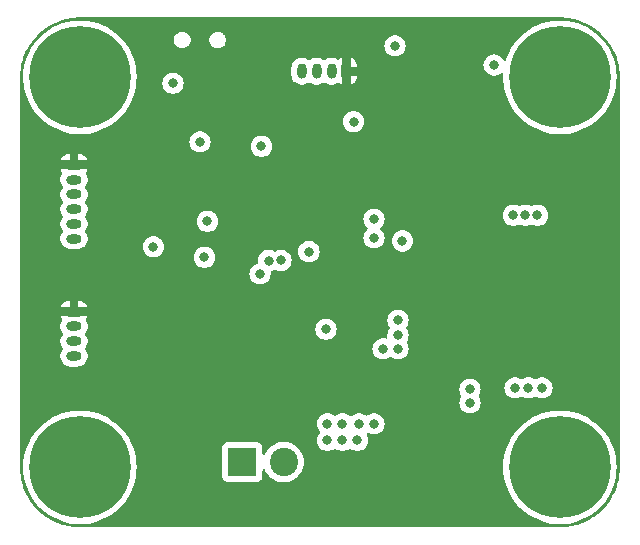
<source format=gbr>
%TF.GenerationSoftware,KiCad,Pcbnew,7.0.10*%
%TF.CreationDate,2024-03-14T18:53:23+05:30*%
%TF.ProjectId,STM32_4LAYER,53544d33-325f-4344-9c41-5945522e6b69,rev?*%
%TF.SameCoordinates,Original*%
%TF.FileFunction,Copper,L3,Inr*%
%TF.FilePolarity,Positive*%
%FSLAX46Y46*%
G04 Gerber Fmt 4.6, Leading zero omitted, Abs format (unit mm)*
G04 Created by KiCad (PCBNEW 7.0.10) date 2024-03-14 18:53:23*
%MOMM*%
%LPD*%
G01*
G04 APERTURE LIST*
G04 Aperture macros list*
%AMRoundRect*
0 Rectangle with rounded corners*
0 $1 Rounding radius*
0 $2 $3 $4 $5 $6 $7 $8 $9 X,Y pos of 4 corners*
0 Add a 4 corners polygon primitive as box body*
4,1,4,$2,$3,$4,$5,$6,$7,$8,$9,$2,$3,0*
0 Add four circle primitives for the rounded corners*
1,1,$1+$1,$2,$3*
1,1,$1+$1,$4,$5*
1,1,$1+$1,$6,$7*
1,1,$1+$1,$8,$9*
0 Add four rect primitives between the rounded corners*
20,1,$1+$1,$2,$3,$4,$5,0*
20,1,$1+$1,$4,$5,$6,$7,0*
20,1,$1+$1,$6,$7,$8,$9,0*
20,1,$1+$1,$8,$9,$2,$3,0*%
G04 Aperture macros list end*
%TA.AperFunction,ComponentPad*%
%ADD10RoundRect,0.200000X-0.450000X0.200000X-0.450000X-0.200000X0.450000X-0.200000X0.450000X0.200000X0*%
%TD*%
%TA.AperFunction,ComponentPad*%
%ADD11O,1.300000X0.800000*%
%TD*%
%TA.AperFunction,ComponentPad*%
%ADD12RoundRect,0.200000X0.200000X0.450000X-0.200000X0.450000X-0.200000X-0.450000X0.200000X-0.450000X0*%
%TD*%
%TA.AperFunction,ComponentPad*%
%ADD13O,0.800000X1.300000*%
%TD*%
%TA.AperFunction,ComponentPad*%
%ADD14C,0.900000*%
%TD*%
%TA.AperFunction,ComponentPad*%
%ADD15C,8.600000*%
%TD*%
%TA.AperFunction,ComponentPad*%
%ADD16R,2.400000X2.400000*%
%TD*%
%TA.AperFunction,ComponentPad*%
%ADD17C,2.400000*%
%TD*%
%TA.AperFunction,ViaPad*%
%ADD18C,0.800000*%
%TD*%
G04 APERTURE END LIST*
D10*
%TO.N,+3.3V*%
%TO.C,J5*%
X154430200Y-98582000D03*
D11*
%TO.N,TX*%
X154430200Y-99832000D03*
%TO.N,RX*%
X154430200Y-101082000D03*
%TO.N,GND*%
X154430200Y-102332000D03*
%TD*%
D12*
%TO.N,+3.3V*%
%TO.C,J4*%
X177490600Y-78230200D03*
D13*
%TO.N,SCL*%
X176240600Y-78230200D03*
%TO.N,SDA*%
X174990600Y-78230200D03*
%TO.N,GND*%
X173740600Y-78230200D03*
%TD*%
D14*
%TO.N,GND*%
%TO.C,H2*%
X192355000Y-78740000D03*
X193299581Y-76459581D03*
X193299581Y-81020419D03*
X195580000Y-75515000D03*
D15*
X195580000Y-78740000D03*
D14*
X195580000Y-81965000D03*
X197860419Y-76459581D03*
X197860419Y-81020419D03*
X198805000Y-78740000D03*
%TD*%
%TO.N,GND*%
%TO.C,H4*%
X192355000Y-111760000D03*
X193299581Y-109479581D03*
X193299581Y-114040419D03*
X195580000Y-108535000D03*
D15*
X195580000Y-111760000D03*
D14*
X195580000Y-114985000D03*
X197860419Y-109479581D03*
X197860419Y-114040419D03*
X198805000Y-111760000D03*
%TD*%
D10*
%TO.N,+3.3V*%
%TO.C,J6*%
X154432000Y-86155200D03*
D11*
%TO.N,MOSI*%
X154432000Y-87405200D03*
%TO.N,MISO*%
X154432000Y-88655200D03*
%TO.N,SCK*%
X154432000Y-89905200D03*
%TO.N,NSS*%
X154432000Y-91155200D03*
%TO.N,GND*%
X154432000Y-92405200D03*
%TD*%
D14*
%TO.N,GND*%
%TO.C,H3*%
X151715000Y-111760000D03*
X152659581Y-109479581D03*
X152659581Y-114040419D03*
X154940000Y-108535000D03*
D15*
X154940000Y-111760000D03*
D14*
X154940000Y-114985000D03*
X157220419Y-109479581D03*
X157220419Y-114040419D03*
X158165000Y-111760000D03*
%TD*%
D16*
%TO.N,VCC*%
%TO.C,J2*%
X168684000Y-111314000D03*
D17*
%TO.N,GND*%
X172184000Y-111314000D03*
%TD*%
D14*
%TO.N,GND*%
%TO.C,H1*%
X151715000Y-78740000D03*
X152659581Y-76459581D03*
X152659581Y-81020419D03*
X154940000Y-75515000D03*
D15*
X154940000Y-78740000D03*
D14*
X154940000Y-81965000D03*
X157220419Y-76459581D03*
X157220419Y-81020419D03*
X158165000Y-78740000D03*
%TD*%
D18*
%TO.N,GND*%
X191643000Y-90424000D03*
X192659000Y-90424000D03*
X190011000Y-77705000D03*
X181610000Y-76073000D03*
X193675000Y-90424000D03*
X179832000Y-90750000D03*
X175768000Y-100076000D03*
X161163000Y-93091000D03*
X165481000Y-93980000D03*
X165735000Y-90932000D03*
X165100000Y-84201000D03*
X170307000Y-84582000D03*
%TO.N,+3.3V*%
X168402000Y-87249000D03*
X188849000Y-101981000D03*
X189992000Y-76155000D03*
X163852331Y-96497669D03*
%TO.N,SCK*%
X170180000Y-95377000D03*
%TO.N,MISO*%
X170926751Y-94263413D03*
%TO.N,MOSI*%
X171958000Y-94250000D03*
%TO.N,+3.3V*%
X178816000Y-88646000D03*
X178054000Y-98552000D03*
X167386000Y-79248000D03*
%TO.N,GND*%
X162814000Y-79248000D03*
%TO.N,+3.3V*%
X171958000Y-83820000D03*
X167386000Y-85852000D03*
X175514000Y-83820000D03*
%TO.N,NRST*%
X178104800Y-82499200D03*
X174320200Y-93497400D03*
%TO.N,GND*%
X181864000Y-99314000D03*
X181864000Y-100584000D03*
X194056000Y-105029000D03*
X192913000Y-105029000D03*
X191770000Y-105029000D03*
%TO.N,+3.3V*%
X189103000Y-110490000D03*
X189103000Y-112141000D03*
X189103000Y-113538000D03*
X189103000Y-114935000D03*
%TO.N,GND*%
X178435000Y-109474000D03*
X177165000Y-109474000D03*
X175895000Y-109474000D03*
X175895000Y-108077000D03*
X177165000Y-108077000D03*
X178562000Y-108077000D03*
X179832000Y-108077000D03*
X181864000Y-101727000D03*
X180594000Y-101727000D03*
X187960000Y-106299000D03*
X187960000Y-105156000D03*
%TO.N,USB_D-*%
X182245000Y-92598400D03*
X179832000Y-92329000D03*
%TD*%
%TA.AperFunction,Conductor*%
%TO.N,+3.3V*%
G36*
X195582562Y-73660605D02*
G01*
X195797373Y-73669490D01*
X196000249Y-73678348D01*
X196010120Y-73679177D01*
X196225510Y-73706026D01*
X196225963Y-73706084D01*
X196428504Y-73732749D01*
X196437718Y-73734319D01*
X196649797Y-73778787D01*
X196650827Y-73779009D01*
X196850566Y-73823290D01*
X196859092Y-73825502D01*
X196996957Y-73866546D01*
X197066503Y-73887251D01*
X197068407Y-73887835D01*
X197119925Y-73904078D01*
X197263404Y-73949316D01*
X197271119Y-73952034D01*
X197472754Y-74030712D01*
X197475027Y-74031626D01*
X197663987Y-74109896D01*
X197670965Y-74113043D01*
X197865405Y-74208098D01*
X197868080Y-74209449D01*
X197958300Y-74256415D01*
X198049482Y-74303882D01*
X198055698Y-74307348D01*
X198241533Y-74418081D01*
X198244671Y-74420015D01*
X198383465Y-74508437D01*
X198417116Y-74529875D01*
X198422545Y-74533538D01*
X198598570Y-74659218D01*
X198602002Y-74661759D01*
X198764219Y-74786232D01*
X198768874Y-74789985D01*
X198933920Y-74929771D01*
X198937552Y-74932972D01*
X199088327Y-75071132D01*
X199092235Y-75074873D01*
X199245125Y-75227763D01*
X199248866Y-75231671D01*
X199387026Y-75382446D01*
X199390227Y-75386078D01*
X199530013Y-75551124D01*
X199533766Y-75555779D01*
X199658239Y-75717996D01*
X199660780Y-75721428D01*
X199786460Y-75897453D01*
X199790123Y-75902882D01*
X199899974Y-76075313D01*
X199901917Y-76078465D01*
X200012650Y-76264300D01*
X200016116Y-76270516D01*
X200110534Y-76451889D01*
X200111946Y-76454686D01*
X200206942Y-76649004D01*
X200210102Y-76656011D01*
X200288351Y-76844920D01*
X200289307Y-76847298D01*
X200367949Y-77048838D01*
X200370693Y-77056627D01*
X200432163Y-77251591D01*
X200432747Y-77253495D01*
X200494494Y-77460898D01*
X200496710Y-77469441D01*
X200540949Y-77668987D01*
X200541249Y-77670380D01*
X200585675Y-77882260D01*
X200587253Y-77891521D01*
X200613887Y-78093829D01*
X200613996Y-78094676D01*
X200640818Y-78309849D01*
X200641652Y-78319778D01*
X200650512Y-78522701D01*
X200650524Y-78522986D01*
X200659394Y-78737438D01*
X200659500Y-78742562D01*
X200659500Y-111757437D01*
X200659394Y-111762561D01*
X200650524Y-111977013D01*
X200650512Y-111977298D01*
X200641652Y-112180220D01*
X200640818Y-112190149D01*
X200613996Y-112405322D01*
X200613887Y-112406169D01*
X200587253Y-112608477D01*
X200585675Y-112617738D01*
X200541249Y-112829618D01*
X200540949Y-112831011D01*
X200496710Y-113030557D01*
X200494494Y-113039100D01*
X200432747Y-113246503D01*
X200432163Y-113248407D01*
X200370693Y-113443371D01*
X200367949Y-113451160D01*
X200289307Y-113652700D01*
X200288351Y-113655078D01*
X200210102Y-113843987D01*
X200206942Y-113850994D01*
X200111946Y-114045312D01*
X200110534Y-114048109D01*
X200016116Y-114229482D01*
X200012650Y-114235698D01*
X199901917Y-114421533D01*
X199899974Y-114424685D01*
X199790123Y-114597116D01*
X199786460Y-114602545D01*
X199660780Y-114778570D01*
X199658239Y-114782002D01*
X199533766Y-114944219D01*
X199530013Y-114948874D01*
X199390227Y-115113920D01*
X199387026Y-115117552D01*
X199248866Y-115268327D01*
X199245125Y-115272235D01*
X199092235Y-115425125D01*
X199088327Y-115428866D01*
X198937552Y-115567026D01*
X198933920Y-115570227D01*
X198768874Y-115710013D01*
X198764219Y-115713766D01*
X198602002Y-115838239D01*
X198598570Y-115840780D01*
X198422545Y-115966460D01*
X198417116Y-115970123D01*
X198244685Y-116079974D01*
X198241533Y-116081917D01*
X198055698Y-116192650D01*
X198049482Y-116196116D01*
X197868109Y-116290534D01*
X197865312Y-116291946D01*
X197670994Y-116386942D01*
X197663987Y-116390102D01*
X197475078Y-116468351D01*
X197472700Y-116469307D01*
X197271160Y-116547949D01*
X197263371Y-116550693D01*
X197068407Y-116612163D01*
X197066503Y-116612747D01*
X196859100Y-116674494D01*
X196850557Y-116676710D01*
X196651011Y-116720949D01*
X196649618Y-116721249D01*
X196437738Y-116765675D01*
X196428477Y-116767253D01*
X196226169Y-116793887D01*
X196225322Y-116793996D01*
X196010149Y-116820818D01*
X196000220Y-116821652D01*
X195797408Y-116830507D01*
X195797124Y-116830519D01*
X195582563Y-116839394D01*
X195577438Y-116839500D01*
X154942562Y-116839500D01*
X154937437Y-116839394D01*
X154722874Y-116830519D01*
X154722590Y-116830507D01*
X154519778Y-116821652D01*
X154509849Y-116820818D01*
X154294676Y-116793996D01*
X154293829Y-116793887D01*
X154091521Y-116767253D01*
X154082260Y-116765675D01*
X153870380Y-116721249D01*
X153868987Y-116720949D01*
X153669441Y-116676710D01*
X153660898Y-116674494D01*
X153453495Y-116612747D01*
X153451591Y-116612163D01*
X153256627Y-116550693D01*
X153248845Y-116547951D01*
X153118255Y-116496995D01*
X153047298Y-116469307D01*
X153044920Y-116468351D01*
X152856011Y-116390102D01*
X152849004Y-116386942D01*
X152732832Y-116330149D01*
X152654657Y-116291931D01*
X152651889Y-116290534D01*
X152470516Y-116196116D01*
X152464300Y-116192650D01*
X152278465Y-116081917D01*
X152275313Y-116079974D01*
X152102882Y-115970123D01*
X152097453Y-115966460D01*
X151921428Y-115840780D01*
X151917996Y-115838239D01*
X151755779Y-115713766D01*
X151751124Y-115710013D01*
X151586078Y-115570227D01*
X151582446Y-115567026D01*
X151431671Y-115428866D01*
X151427763Y-115425125D01*
X151274873Y-115272235D01*
X151271132Y-115268327D01*
X151132972Y-115117552D01*
X151129771Y-115113920D01*
X150989985Y-114948874D01*
X150986232Y-114944219D01*
X150861759Y-114782002D01*
X150859218Y-114778570D01*
X150733538Y-114602545D01*
X150729875Y-114597116D01*
X150721847Y-114584514D01*
X150620015Y-114424671D01*
X150618081Y-114421533D01*
X150507348Y-114235698D01*
X150503882Y-114229482D01*
X150409464Y-114048109D01*
X150408098Y-114045404D01*
X150313043Y-113850965D01*
X150309896Y-113843987D01*
X150231626Y-113655027D01*
X150230712Y-113652754D01*
X150152034Y-113451119D01*
X150149316Y-113443404D01*
X150087835Y-113248407D01*
X150087251Y-113246503D01*
X150025504Y-113039100D01*
X150023288Y-113030557D01*
X149979009Y-112830827D01*
X149978787Y-112829797D01*
X149934319Y-112617718D01*
X149932749Y-112608504D01*
X149906084Y-112405963D01*
X149906026Y-112405510D01*
X149879177Y-112190120D01*
X149878348Y-112180249D01*
X149869487Y-111977298D01*
X149860606Y-111762561D01*
X149860553Y-111760003D01*
X150134661Y-111760003D01*
X150154005Y-112190737D01*
X150154006Y-112190746D01*
X150211885Y-112618027D01*
X150307830Y-113038391D01*
X150441073Y-113448472D01*
X150441076Y-113448480D01*
X150610533Y-113844947D01*
X150610537Y-113844955D01*
X150610539Y-113844958D01*
X150814863Y-114224655D01*
X150814867Y-114224661D01*
X150814867Y-114224662D01*
X151052394Y-114584501D01*
X151052404Y-114584514D01*
X151321225Y-114921607D01*
X151321237Y-114921620D01*
X151587637Y-115200252D01*
X151619210Y-115233274D01*
X151943920Y-115516965D01*
X151943930Y-115516972D01*
X151943931Y-115516973D01*
X152113487Y-115640163D01*
X152292753Y-115770407D01*
X152662900Y-115991560D01*
X152662903Y-115991561D01*
X152662904Y-115991562D01*
X152662906Y-115991563D01*
X153051372Y-116178639D01*
X153051386Y-116178645D01*
X153455055Y-116330144D01*
X153455059Y-116330145D01*
X153455069Y-116330149D01*
X153870711Y-116444859D01*
X154294964Y-116521850D01*
X154724409Y-116560500D01*
X154724416Y-116560500D01*
X155155584Y-116560500D01*
X155155591Y-116560500D01*
X155585036Y-116521850D01*
X156009289Y-116444859D01*
X156424931Y-116330149D01*
X156828619Y-116178643D01*
X157217100Y-115991560D01*
X157587247Y-115770407D01*
X157936080Y-115516965D01*
X158260790Y-115233274D01*
X158558764Y-114921619D01*
X158592040Y-114879893D01*
X158813216Y-114602545D01*
X158827601Y-114584507D01*
X159065137Y-114224655D01*
X159269461Y-113844958D01*
X159438926Y-113448475D01*
X159572168Y-113038397D01*
X159668115Y-112618026D01*
X159675722Y-112561870D01*
X166983500Y-112561870D01*
X166983501Y-112561876D01*
X166989908Y-112621483D01*
X167040202Y-112756328D01*
X167040206Y-112756335D01*
X167126452Y-112871544D01*
X167126455Y-112871547D01*
X167241664Y-112957793D01*
X167241671Y-112957797D01*
X167376517Y-113008091D01*
X167376516Y-113008091D01*
X167383444Y-113008835D01*
X167436127Y-113014500D01*
X169931872Y-113014499D01*
X169991483Y-113008091D01*
X170126331Y-112957796D01*
X170241546Y-112871546D01*
X170327796Y-112756331D01*
X170378091Y-112621483D01*
X170384500Y-112561873D01*
X170384499Y-112038854D01*
X170404183Y-111971818D01*
X170456987Y-111926063D01*
X170526146Y-111916119D01*
X170589702Y-111945144D01*
X170623927Y-111993553D01*
X170647607Y-112053888D01*
X170775041Y-112274612D01*
X170933950Y-112473877D01*
X171120783Y-112647232D01*
X171331366Y-112790805D01*
X171331371Y-112790807D01*
X171331372Y-112790808D01*
X171331373Y-112790809D01*
X171453328Y-112849538D01*
X171560992Y-112901387D01*
X171560993Y-112901387D01*
X171560996Y-112901389D01*
X171804542Y-112976513D01*
X172056565Y-113014500D01*
X172311435Y-113014500D01*
X172563458Y-112976513D01*
X172807004Y-112901389D01*
X172988458Y-112814005D01*
X173036626Y-112790809D01*
X173036626Y-112790808D01*
X173036634Y-112790805D01*
X173247217Y-112647232D01*
X173434050Y-112473877D01*
X173592959Y-112274612D01*
X173720393Y-112053888D01*
X173813508Y-111816637D01*
X173826434Y-111760003D01*
X190774661Y-111760003D01*
X190794005Y-112190737D01*
X190794006Y-112190746D01*
X190851885Y-112618027D01*
X190947830Y-113038391D01*
X191081073Y-113448472D01*
X191081076Y-113448480D01*
X191250533Y-113844947D01*
X191250537Y-113844955D01*
X191250539Y-113844958D01*
X191454863Y-114224655D01*
X191454867Y-114224661D01*
X191454867Y-114224662D01*
X191692394Y-114584501D01*
X191692404Y-114584514D01*
X191961225Y-114921607D01*
X191961237Y-114921620D01*
X192227637Y-115200252D01*
X192259210Y-115233274D01*
X192583920Y-115516965D01*
X192583930Y-115516972D01*
X192583931Y-115516973D01*
X192753487Y-115640163D01*
X192932753Y-115770407D01*
X193302900Y-115991560D01*
X193302903Y-115991561D01*
X193302904Y-115991562D01*
X193302906Y-115991563D01*
X193691372Y-116178639D01*
X193691386Y-116178645D01*
X194095055Y-116330144D01*
X194095059Y-116330145D01*
X194095069Y-116330149D01*
X194510711Y-116444859D01*
X194934964Y-116521850D01*
X195364409Y-116560500D01*
X195364416Y-116560500D01*
X195795584Y-116560500D01*
X195795591Y-116560500D01*
X196225036Y-116521850D01*
X196649289Y-116444859D01*
X197064931Y-116330149D01*
X197468619Y-116178643D01*
X197857100Y-115991560D01*
X198227247Y-115770407D01*
X198576080Y-115516965D01*
X198900790Y-115233274D01*
X199198764Y-114921619D01*
X199232040Y-114879893D01*
X199453216Y-114602545D01*
X199467601Y-114584507D01*
X199705137Y-114224655D01*
X199909461Y-113844958D01*
X200078926Y-113448475D01*
X200212168Y-113038397D01*
X200308115Y-112618026D01*
X200365994Y-112190747D01*
X200385339Y-111760000D01*
X200365994Y-111329253D01*
X200308115Y-110901974D01*
X200212168Y-110481603D01*
X200078926Y-110071525D01*
X199993504Y-109871671D01*
X199909466Y-109675052D01*
X199909462Y-109675044D01*
X199906859Y-109670206D01*
X199705137Y-109295345D01*
X199705132Y-109295337D01*
X199467605Y-108935498D01*
X199467595Y-108935485D01*
X199198774Y-108598392D01*
X199198762Y-108598379D01*
X198900794Y-108286730D01*
X198900793Y-108286729D01*
X198900790Y-108286726D01*
X198576080Y-108003035D01*
X198418772Y-107888744D01*
X198227256Y-107749599D01*
X198227251Y-107749596D01*
X198227247Y-107749593D01*
X197857100Y-107528440D01*
X197857095Y-107528437D01*
X197857093Y-107528436D01*
X197468627Y-107341360D01*
X197468613Y-107341354D01*
X197064944Y-107189855D01*
X197064919Y-107189847D01*
X196649295Y-107075142D01*
X196225043Y-106998151D01*
X196225040Y-106998150D01*
X196225036Y-106998150D01*
X195795591Y-106959500D01*
X195364409Y-106959500D01*
X194934964Y-106998150D01*
X194934960Y-106998150D01*
X194934956Y-106998151D01*
X194510704Y-107075142D01*
X194095080Y-107189847D01*
X194095055Y-107189855D01*
X193691386Y-107341354D01*
X193691372Y-107341360D01*
X193302906Y-107528436D01*
X193302904Y-107528437D01*
X192932743Y-107749599D01*
X192583931Y-108003026D01*
X192583914Y-108003039D01*
X192259210Y-108286726D01*
X192259205Y-108286730D01*
X191961237Y-108598379D01*
X191961225Y-108598392D01*
X191692404Y-108935485D01*
X191692394Y-108935498D01*
X191454867Y-109295337D01*
X191454867Y-109295338D01*
X191250537Y-109675044D01*
X191250533Y-109675052D01*
X191081076Y-110071519D01*
X191081073Y-110071527D01*
X190947830Y-110481608D01*
X190851885Y-110901972D01*
X190794006Y-111329253D01*
X190794005Y-111329262D01*
X190774661Y-111759996D01*
X190774661Y-111760003D01*
X173826434Y-111760003D01*
X173870222Y-111568157D01*
X173878384Y-111459232D01*
X173889268Y-111314004D01*
X173889268Y-111313995D01*
X173870222Y-111059845D01*
X173813509Y-110811369D01*
X173813508Y-110811363D01*
X173720393Y-110574112D01*
X173592959Y-110353388D01*
X173434050Y-110154123D01*
X173247217Y-109980768D01*
X173036634Y-109837195D01*
X173036630Y-109837193D01*
X173036627Y-109837191D01*
X173036626Y-109837190D01*
X172807006Y-109726612D01*
X172807008Y-109726612D01*
X172563466Y-109651489D01*
X172563462Y-109651488D01*
X172563458Y-109651487D01*
X172442231Y-109633214D01*
X172311440Y-109613500D01*
X172311435Y-109613500D01*
X172056565Y-109613500D01*
X172056559Y-109613500D01*
X171899609Y-109637157D01*
X171804542Y-109651487D01*
X171804539Y-109651488D01*
X171804533Y-109651489D01*
X171560992Y-109726612D01*
X171331373Y-109837190D01*
X171331372Y-109837191D01*
X171120782Y-109980768D01*
X170933952Y-110154121D01*
X170933950Y-110154123D01*
X170775041Y-110353388D01*
X170647608Y-110574109D01*
X170623927Y-110634447D01*
X170581110Y-110689661D01*
X170515240Y-110712961D01*
X170447230Y-110696950D01*
X170398672Y-110646711D01*
X170384499Y-110589144D01*
X170384499Y-110066129D01*
X170384498Y-110066123D01*
X170384497Y-110066116D01*
X170378091Y-110006517D01*
X170368487Y-109980768D01*
X170327797Y-109871671D01*
X170327793Y-109871664D01*
X170241547Y-109756455D01*
X170241544Y-109756452D01*
X170126335Y-109670206D01*
X170126328Y-109670202D01*
X169991482Y-109619908D01*
X169991483Y-109619908D01*
X169931883Y-109613501D01*
X169931881Y-109613500D01*
X169931873Y-109613500D01*
X169931864Y-109613500D01*
X167436129Y-109613500D01*
X167436123Y-109613501D01*
X167376516Y-109619908D01*
X167241671Y-109670202D01*
X167241664Y-109670206D01*
X167126455Y-109756452D01*
X167126452Y-109756455D01*
X167040206Y-109871664D01*
X167040202Y-109871671D01*
X166989908Y-110006517D01*
X166983501Y-110066116D01*
X166983501Y-110066123D01*
X166983500Y-110066135D01*
X166983500Y-112561870D01*
X159675722Y-112561870D01*
X159725994Y-112190747D01*
X159745339Y-111760000D01*
X159725994Y-111329253D01*
X159668115Y-110901974D01*
X159572168Y-110481603D01*
X159438926Y-110071525D01*
X159353504Y-109871671D01*
X159269466Y-109675052D01*
X159269462Y-109675044D01*
X159266859Y-109670206D01*
X159161276Y-109474000D01*
X174989540Y-109474000D01*
X175009326Y-109662256D01*
X175009327Y-109662259D01*
X175067818Y-109842277D01*
X175067821Y-109842284D01*
X175162467Y-110006216D01*
X175260000Y-110114537D01*
X175289129Y-110146888D01*
X175442265Y-110258148D01*
X175442270Y-110258151D01*
X175615192Y-110335142D01*
X175615197Y-110335144D01*
X175800354Y-110374500D01*
X175800355Y-110374500D01*
X175989644Y-110374500D01*
X175989646Y-110374500D01*
X176174803Y-110335144D01*
X176347730Y-110258151D01*
X176457117Y-110178676D01*
X176522920Y-110155198D01*
X176590974Y-110171023D01*
X176602871Y-110178668D01*
X176712266Y-110258148D01*
X176712270Y-110258151D01*
X176885192Y-110335142D01*
X176885197Y-110335144D01*
X177070354Y-110374500D01*
X177070355Y-110374500D01*
X177259644Y-110374500D01*
X177259646Y-110374500D01*
X177444803Y-110335144D01*
X177617730Y-110258151D01*
X177727117Y-110178676D01*
X177792920Y-110155198D01*
X177860974Y-110171023D01*
X177872871Y-110178668D01*
X177982266Y-110258148D01*
X177982270Y-110258151D01*
X178155192Y-110335142D01*
X178155197Y-110335144D01*
X178340354Y-110374500D01*
X178340355Y-110374500D01*
X178529644Y-110374500D01*
X178529646Y-110374500D01*
X178714803Y-110335144D01*
X178887730Y-110258151D01*
X179040871Y-110146888D01*
X179167533Y-110006216D01*
X179262179Y-109842284D01*
X179320674Y-109662256D01*
X179340460Y-109474000D01*
X179320674Y-109285744D01*
X179262179Y-109105716D01*
X179222428Y-109036866D01*
X179205956Y-108968966D01*
X179228809Y-108902940D01*
X179283730Y-108859749D01*
X179353284Y-108853108D01*
X179380250Y-108861587D01*
X179552197Y-108938144D01*
X179737354Y-108977500D01*
X179737355Y-108977500D01*
X179926644Y-108977500D01*
X179926646Y-108977500D01*
X180111803Y-108938144D01*
X180284730Y-108861151D01*
X180437871Y-108749888D01*
X180564533Y-108609216D01*
X180659179Y-108445284D01*
X180717674Y-108265256D01*
X180737460Y-108077000D01*
X180717674Y-107888744D01*
X180659179Y-107708716D01*
X180564533Y-107544784D01*
X180437871Y-107404112D01*
X180426432Y-107395801D01*
X180284734Y-107292851D01*
X180284729Y-107292848D01*
X180111807Y-107215857D01*
X180111802Y-107215855D01*
X179966001Y-107184865D01*
X179926646Y-107176500D01*
X179737354Y-107176500D01*
X179704897Y-107183398D01*
X179552197Y-107215855D01*
X179552192Y-107215857D01*
X179379270Y-107292848D01*
X179379265Y-107292851D01*
X179269885Y-107372321D01*
X179204079Y-107395801D01*
X179136025Y-107379975D01*
X179124115Y-107372321D01*
X179014734Y-107292851D01*
X179014729Y-107292848D01*
X178841807Y-107215857D01*
X178841802Y-107215855D01*
X178696001Y-107184865D01*
X178656646Y-107176500D01*
X178467354Y-107176500D01*
X178434897Y-107183398D01*
X178282197Y-107215855D01*
X178282192Y-107215857D01*
X178109270Y-107292848D01*
X178109265Y-107292851D01*
X177956135Y-107404106D01*
X177956125Y-107404115D01*
X177955642Y-107404652D01*
X177955285Y-107404871D01*
X177951305Y-107408456D01*
X177950648Y-107407727D01*
X177896152Y-107441295D01*
X177826295Y-107439958D01*
X177776274Y-107407811D01*
X177775695Y-107408456D01*
X177771751Y-107404904D01*
X177771358Y-107404652D01*
X177770874Y-107404115D01*
X177770864Y-107404106D01*
X177617734Y-107292851D01*
X177617729Y-107292848D01*
X177444807Y-107215857D01*
X177444802Y-107215855D01*
X177299001Y-107184865D01*
X177259646Y-107176500D01*
X177070354Y-107176500D01*
X177037897Y-107183398D01*
X176885197Y-107215855D01*
X176885192Y-107215857D01*
X176712270Y-107292848D01*
X176712265Y-107292851D01*
X176602885Y-107372321D01*
X176537079Y-107395801D01*
X176469025Y-107379975D01*
X176457115Y-107372321D01*
X176347734Y-107292851D01*
X176347729Y-107292848D01*
X176174807Y-107215857D01*
X176174802Y-107215855D01*
X176029001Y-107184865D01*
X175989646Y-107176500D01*
X175800354Y-107176500D01*
X175767897Y-107183398D01*
X175615197Y-107215855D01*
X175615192Y-107215857D01*
X175442270Y-107292848D01*
X175442265Y-107292851D01*
X175289129Y-107404111D01*
X175162466Y-107544785D01*
X175067821Y-107708715D01*
X175067818Y-107708722D01*
X175009327Y-107888740D01*
X175009326Y-107888744D01*
X174989540Y-108077000D01*
X175009326Y-108265256D01*
X175009327Y-108265259D01*
X175067818Y-108445277D01*
X175067821Y-108445284D01*
X175162467Y-108609216D01*
X175196500Y-108647013D01*
X175237481Y-108692528D01*
X175267711Y-108755520D01*
X175259085Y-108824855D01*
X175237481Y-108858472D01*
X175162466Y-108941785D01*
X175067821Y-109105715D01*
X175067818Y-109105722D01*
X175009327Y-109285740D01*
X175009326Y-109285744D01*
X174989540Y-109474000D01*
X159161276Y-109474000D01*
X159065137Y-109295345D01*
X159065132Y-109295337D01*
X158827605Y-108935498D01*
X158827595Y-108935485D01*
X158558774Y-108598392D01*
X158558762Y-108598379D01*
X158260794Y-108286730D01*
X158260793Y-108286729D01*
X158260790Y-108286726D01*
X157936080Y-108003035D01*
X157778772Y-107888744D01*
X157587256Y-107749599D01*
X157587251Y-107749596D01*
X157587247Y-107749593D01*
X157217100Y-107528440D01*
X157217095Y-107528437D01*
X157217093Y-107528436D01*
X156828627Y-107341360D01*
X156828613Y-107341354D01*
X156424944Y-107189855D01*
X156424919Y-107189847D01*
X156009295Y-107075142D01*
X155585043Y-106998151D01*
X155585040Y-106998150D01*
X155585036Y-106998150D01*
X155155591Y-106959500D01*
X154724409Y-106959500D01*
X154294964Y-106998150D01*
X154294960Y-106998150D01*
X154294956Y-106998151D01*
X153870704Y-107075142D01*
X153455080Y-107189847D01*
X153455055Y-107189855D01*
X153051386Y-107341354D01*
X153051372Y-107341360D01*
X152662906Y-107528436D01*
X152662904Y-107528437D01*
X152292743Y-107749599D01*
X151943931Y-108003026D01*
X151943914Y-108003039D01*
X151619210Y-108286726D01*
X151619205Y-108286730D01*
X151321237Y-108598379D01*
X151321225Y-108598392D01*
X151052404Y-108935485D01*
X151052394Y-108935498D01*
X150814867Y-109295337D01*
X150814867Y-109295338D01*
X150610537Y-109675044D01*
X150610533Y-109675052D01*
X150441076Y-110071519D01*
X150441073Y-110071527D01*
X150307830Y-110481608D01*
X150211885Y-110901972D01*
X150154006Y-111329253D01*
X150154005Y-111329262D01*
X150134661Y-111759996D01*
X150134661Y-111760003D01*
X149860553Y-111760003D01*
X149860500Y-111757438D01*
X149860500Y-106299000D01*
X187054540Y-106299000D01*
X187074326Y-106487256D01*
X187074327Y-106487259D01*
X187132818Y-106667277D01*
X187132821Y-106667284D01*
X187227467Y-106831216D01*
X187342975Y-106959500D01*
X187354129Y-106971888D01*
X187507265Y-107083148D01*
X187507270Y-107083151D01*
X187680192Y-107160142D01*
X187680197Y-107160144D01*
X187865354Y-107199500D01*
X187865355Y-107199500D01*
X188054644Y-107199500D01*
X188054646Y-107199500D01*
X188239803Y-107160144D01*
X188412730Y-107083151D01*
X188565871Y-106971888D01*
X188692533Y-106831216D01*
X188787179Y-106667284D01*
X188845674Y-106487256D01*
X188865460Y-106299000D01*
X188845674Y-106110744D01*
X188787179Y-105930716D01*
X188705647Y-105789499D01*
X188689175Y-105721600D01*
X188705648Y-105665500D01*
X188765857Y-105561214D01*
X188787179Y-105524284D01*
X188845674Y-105344256D01*
X188865460Y-105156000D01*
X188852112Y-105029000D01*
X190864540Y-105029000D01*
X190884326Y-105217256D01*
X190884327Y-105217259D01*
X190942818Y-105397277D01*
X190942821Y-105397284D01*
X191037467Y-105561216D01*
X191131365Y-105665500D01*
X191164129Y-105701888D01*
X191317265Y-105813148D01*
X191317270Y-105813151D01*
X191490192Y-105890142D01*
X191490197Y-105890144D01*
X191675354Y-105929500D01*
X191675355Y-105929500D01*
X191864644Y-105929500D01*
X191864646Y-105929500D01*
X192049803Y-105890144D01*
X192222730Y-105813151D01*
X192268614Y-105779813D01*
X192334421Y-105756334D01*
X192402475Y-105772159D01*
X192414386Y-105779814D01*
X192460271Y-105813152D01*
X192633192Y-105890142D01*
X192633197Y-105890144D01*
X192818354Y-105929500D01*
X192818355Y-105929500D01*
X193007644Y-105929500D01*
X193007646Y-105929500D01*
X193192803Y-105890144D01*
X193365730Y-105813151D01*
X193411614Y-105779813D01*
X193477421Y-105756334D01*
X193545475Y-105772159D01*
X193557386Y-105779814D01*
X193603271Y-105813152D01*
X193776192Y-105890142D01*
X193776197Y-105890144D01*
X193961354Y-105929500D01*
X193961355Y-105929500D01*
X194150644Y-105929500D01*
X194150646Y-105929500D01*
X194335803Y-105890144D01*
X194508730Y-105813151D01*
X194661871Y-105701888D01*
X194788533Y-105561216D01*
X194883179Y-105397284D01*
X194941674Y-105217256D01*
X194961460Y-105029000D01*
X194941674Y-104840744D01*
X194883179Y-104660716D01*
X194788533Y-104496784D01*
X194661871Y-104356112D01*
X194627500Y-104331140D01*
X194508734Y-104244851D01*
X194508729Y-104244848D01*
X194335807Y-104167857D01*
X194335802Y-104167855D01*
X194190001Y-104136865D01*
X194150646Y-104128500D01*
X193961354Y-104128500D01*
X193928897Y-104135398D01*
X193776197Y-104167855D01*
X193776192Y-104167857D01*
X193603270Y-104244848D01*
X193603266Y-104244851D01*
X193557384Y-104278186D01*
X193491578Y-104301665D01*
X193423524Y-104285839D01*
X193411616Y-104278186D01*
X193365733Y-104244851D01*
X193365729Y-104244848D01*
X193192807Y-104167857D01*
X193192802Y-104167855D01*
X193047001Y-104136865D01*
X193007646Y-104128500D01*
X192818354Y-104128500D01*
X192785897Y-104135398D01*
X192633197Y-104167855D01*
X192633192Y-104167857D01*
X192460270Y-104244848D01*
X192460266Y-104244851D01*
X192414384Y-104278186D01*
X192348578Y-104301665D01*
X192280524Y-104285839D01*
X192268616Y-104278186D01*
X192222733Y-104244851D01*
X192222729Y-104244848D01*
X192049807Y-104167857D01*
X192049802Y-104167855D01*
X191904001Y-104136865D01*
X191864646Y-104128500D01*
X191675354Y-104128500D01*
X191642897Y-104135398D01*
X191490197Y-104167855D01*
X191490192Y-104167857D01*
X191317270Y-104244848D01*
X191317265Y-104244851D01*
X191164129Y-104356111D01*
X191037466Y-104496785D01*
X190942821Y-104660715D01*
X190942818Y-104660722D01*
X190884327Y-104840740D01*
X190884326Y-104840744D01*
X190864540Y-105029000D01*
X188852112Y-105029000D01*
X188845674Y-104967744D01*
X188787179Y-104787716D01*
X188692533Y-104623784D01*
X188565871Y-104483112D01*
X188565870Y-104483111D01*
X188412734Y-104371851D01*
X188412729Y-104371848D01*
X188239807Y-104294857D01*
X188239802Y-104294855D01*
X188094001Y-104263865D01*
X188054646Y-104255500D01*
X187865354Y-104255500D01*
X187832897Y-104262398D01*
X187680197Y-104294855D01*
X187680192Y-104294857D01*
X187507270Y-104371848D01*
X187507265Y-104371851D01*
X187354129Y-104483111D01*
X187227466Y-104623785D01*
X187132821Y-104787715D01*
X187132818Y-104787722D01*
X187074327Y-104967740D01*
X187074326Y-104967744D01*
X187054540Y-105156000D01*
X187074326Y-105344256D01*
X187074327Y-105344259D01*
X187132818Y-105524277D01*
X187132820Y-105524281D01*
X187132821Y-105524284D01*
X187154143Y-105561214D01*
X187214352Y-105665501D01*
X187230824Y-105733401D01*
X187214352Y-105789499D01*
X187132820Y-105930718D01*
X187132818Y-105930722D01*
X187074327Y-106110740D01*
X187074326Y-106110744D01*
X187054540Y-106299000D01*
X149860500Y-106299000D01*
X149860500Y-102426645D01*
X153279700Y-102426645D01*
X153319055Y-102611802D01*
X153319057Y-102611807D01*
X153396048Y-102784729D01*
X153396051Y-102784734D01*
X153507311Y-102937870D01*
X153507312Y-102937871D01*
X153647984Y-103064533D01*
X153811916Y-103159179D01*
X153991944Y-103217674D01*
X154133008Y-103232500D01*
X154133012Y-103232500D01*
X154727388Y-103232500D01*
X154727392Y-103232500D01*
X154868456Y-103217674D01*
X155048484Y-103159179D01*
X155212416Y-103064533D01*
X155353088Y-102937871D01*
X155464351Y-102784730D01*
X155541344Y-102611803D01*
X155580700Y-102426646D01*
X155580700Y-102237354D01*
X155541344Y-102052197D01*
X155464351Y-101879270D01*
X155464348Y-101879265D01*
X155392144Y-101779885D01*
X155373274Y-101727000D01*
X179688540Y-101727000D01*
X179708326Y-101915256D01*
X179708327Y-101915259D01*
X179766818Y-102095277D01*
X179766821Y-102095284D01*
X179861467Y-102259216D01*
X179959000Y-102367537D01*
X179988129Y-102399888D01*
X180141265Y-102511148D01*
X180141270Y-102511151D01*
X180314192Y-102588142D01*
X180314197Y-102588144D01*
X180499354Y-102627500D01*
X180499355Y-102627500D01*
X180688644Y-102627500D01*
X180688646Y-102627500D01*
X180873803Y-102588144D01*
X181046730Y-102511151D01*
X181156117Y-102431676D01*
X181221920Y-102408198D01*
X181289974Y-102424023D01*
X181301871Y-102431668D01*
X181411266Y-102511148D01*
X181411270Y-102511151D01*
X181584192Y-102588142D01*
X181584197Y-102588144D01*
X181769354Y-102627500D01*
X181769355Y-102627500D01*
X181958644Y-102627500D01*
X181958646Y-102627500D01*
X182143803Y-102588144D01*
X182316730Y-102511151D01*
X182469871Y-102399888D01*
X182596533Y-102259216D01*
X182691179Y-102095284D01*
X182749674Y-101915256D01*
X182769460Y-101727000D01*
X182749674Y-101538744D01*
X182691179Y-101358716D01*
X182609647Y-101217499D01*
X182593175Y-101149600D01*
X182609648Y-101093500D01*
X182691179Y-100952284D01*
X182749674Y-100772256D01*
X182769460Y-100584000D01*
X182749674Y-100395744D01*
X182691179Y-100215716D01*
X182596533Y-100051784D01*
X182578693Y-100031971D01*
X182548464Y-99968981D01*
X182557089Y-99899646D01*
X182578694Y-99866028D01*
X182596533Y-99846216D01*
X182691179Y-99682284D01*
X182749674Y-99502256D01*
X182769460Y-99314000D01*
X182749674Y-99125744D01*
X182691179Y-98945716D01*
X182596533Y-98781784D01*
X182469871Y-98641112D01*
X182469870Y-98641111D01*
X182316734Y-98529851D01*
X182316729Y-98529848D01*
X182143807Y-98452857D01*
X182143802Y-98452855D01*
X181998001Y-98421865D01*
X181958646Y-98413500D01*
X181769354Y-98413500D01*
X181736897Y-98420398D01*
X181584197Y-98452855D01*
X181584192Y-98452857D01*
X181411270Y-98529848D01*
X181411265Y-98529851D01*
X181258129Y-98641111D01*
X181131466Y-98781785D01*
X181036821Y-98945715D01*
X181036818Y-98945722D01*
X180995985Y-99071395D01*
X180978326Y-99125744D01*
X180958540Y-99314000D01*
X180978326Y-99502256D01*
X180978327Y-99502259D01*
X181036818Y-99682277D01*
X181036821Y-99682284D01*
X181131467Y-99846216D01*
X181141806Y-99857699D01*
X181149307Y-99866030D01*
X181179535Y-99929022D01*
X181170909Y-99998357D01*
X181149307Y-100031970D01*
X181131466Y-100051785D01*
X181036821Y-100215715D01*
X181036818Y-100215722D01*
X180978327Y-100395740D01*
X180978326Y-100395744D01*
X180964228Y-100529885D01*
X180958540Y-100584000D01*
X180972937Y-100720984D01*
X180960367Y-100789714D01*
X180912635Y-100840737D01*
X180844894Y-100857855D01*
X180823835Y-100855235D01*
X180755626Y-100840737D01*
X180688646Y-100826500D01*
X180499354Y-100826500D01*
X180466897Y-100833398D01*
X180314197Y-100865855D01*
X180314192Y-100865857D01*
X180141270Y-100942848D01*
X180141265Y-100942851D01*
X179988129Y-101054111D01*
X179861466Y-101194785D01*
X179766821Y-101358715D01*
X179766818Y-101358722D01*
X179709630Y-101534730D01*
X179708326Y-101538744D01*
X179688540Y-101727000D01*
X155373274Y-101727000D01*
X155368664Y-101714079D01*
X155384489Y-101646025D01*
X155392144Y-101634115D01*
X155461435Y-101538744D01*
X155464351Y-101534730D01*
X155541344Y-101361803D01*
X155580700Y-101176646D01*
X155580700Y-100987354D01*
X155541344Y-100802197D01*
X155464351Y-100629270D01*
X155464348Y-100629265D01*
X155392144Y-100529885D01*
X155368664Y-100464079D01*
X155384489Y-100396025D01*
X155392144Y-100384115D01*
X155464348Y-100284734D01*
X155464347Y-100284734D01*
X155464351Y-100284730D01*
X155541344Y-100111803D01*
X155548954Y-100076000D01*
X174862540Y-100076000D01*
X174882326Y-100264256D01*
X174882327Y-100264259D01*
X174940818Y-100444277D01*
X174940821Y-100444284D01*
X175035467Y-100608216D01*
X175137004Y-100720984D01*
X175162129Y-100748888D01*
X175315265Y-100860148D01*
X175315270Y-100860151D01*
X175488192Y-100937142D01*
X175488197Y-100937144D01*
X175673354Y-100976500D01*
X175673355Y-100976500D01*
X175862644Y-100976500D01*
X175862646Y-100976500D01*
X176047803Y-100937144D01*
X176220730Y-100860151D01*
X176373871Y-100748888D01*
X176500533Y-100608216D01*
X176595179Y-100444284D01*
X176653674Y-100264256D01*
X176673460Y-100076000D01*
X176653674Y-99887744D01*
X176595179Y-99707716D01*
X176500533Y-99543784D01*
X176373871Y-99403112D01*
X176341058Y-99379272D01*
X176220734Y-99291851D01*
X176220729Y-99291848D01*
X176047807Y-99214857D01*
X176047802Y-99214855D01*
X175902001Y-99183865D01*
X175862646Y-99175500D01*
X175673354Y-99175500D01*
X175640897Y-99182398D01*
X175488197Y-99214855D01*
X175488192Y-99214857D01*
X175315270Y-99291848D01*
X175315265Y-99291851D01*
X175162129Y-99403111D01*
X175035466Y-99543785D01*
X174940821Y-99707715D01*
X174940818Y-99707722D01*
X174895820Y-99846214D01*
X174882326Y-99887744D01*
X174862540Y-100076000D01*
X155548954Y-100076000D01*
X155580700Y-99926646D01*
X155580700Y-99737354D01*
X155541344Y-99552197D01*
X155464351Y-99379270D01*
X155464348Y-99379265D01*
X155443277Y-99350263D01*
X155419797Y-99284456D01*
X155435623Y-99216403D01*
X155437478Y-99213228D01*
X155523219Y-99071395D01*
X155558866Y-98957000D01*
X154920947Y-98957000D01*
X154882629Y-98950931D01*
X154868459Y-98946327D01*
X154868456Y-98946326D01*
X154727392Y-98931500D01*
X154133008Y-98931500D01*
X153991944Y-98946326D01*
X153991941Y-98946326D01*
X153991940Y-98946327D01*
X153977771Y-98950931D01*
X153939453Y-98957000D01*
X153301533Y-98957000D01*
X153337180Y-99071395D01*
X153422921Y-99213228D01*
X153440757Y-99280783D01*
X153419239Y-99347257D01*
X153417125Y-99350260D01*
X153396048Y-99379272D01*
X153319057Y-99552192D01*
X153319055Y-99552197D01*
X153291407Y-99682277D01*
X153279700Y-99737354D01*
X153279700Y-99926646D01*
X153288065Y-99966001D01*
X153319055Y-100111802D01*
X153319057Y-100111807D01*
X153396048Y-100284728D01*
X153468256Y-100384115D01*
X153491735Y-100449922D01*
X153475909Y-100517975D01*
X153468256Y-100529885D01*
X153396048Y-100629271D01*
X153319057Y-100802192D01*
X153319055Y-100802197D01*
X153279700Y-100987354D01*
X153279700Y-101176645D01*
X153319055Y-101361802D01*
X153319057Y-101361807D01*
X153396048Y-101534728D01*
X153396049Y-101534730D01*
X153451437Y-101610966D01*
X153468256Y-101634115D01*
X153491735Y-101699922D01*
X153475909Y-101767975D01*
X153468256Y-101779885D01*
X153396048Y-101879271D01*
X153319057Y-102052192D01*
X153319055Y-102052197D01*
X153279700Y-102237354D01*
X153279700Y-102426645D01*
X149860500Y-102426645D01*
X149860500Y-98582000D01*
X154175302Y-98582000D01*
X154194705Y-98679545D01*
X154249960Y-98762240D01*
X154332655Y-98817495D01*
X154405576Y-98832000D01*
X154454824Y-98832000D01*
X154527745Y-98817495D01*
X154610440Y-98762240D01*
X154665695Y-98679545D01*
X154685098Y-98582000D01*
X154665695Y-98484455D01*
X154610440Y-98401760D01*
X154527745Y-98346505D01*
X154454824Y-98332000D01*
X154405576Y-98332000D01*
X154332655Y-98346505D01*
X154249960Y-98401760D01*
X154194705Y-98484455D01*
X154175302Y-98582000D01*
X149860500Y-98582000D01*
X149860500Y-98206999D01*
X153301533Y-98206999D01*
X153301534Y-98207000D01*
X154055200Y-98207000D01*
X154055200Y-97682000D01*
X154805200Y-97682000D01*
X154805200Y-98207000D01*
X155558866Y-98207000D01*
X155558866Y-98206999D01*
X155523219Y-98092604D01*
X155435272Y-97947122D01*
X155315077Y-97826927D01*
X155169595Y-97738980D01*
X155169596Y-97738980D01*
X155007305Y-97688409D01*
X155007306Y-97688409D01*
X154936772Y-97682000D01*
X154805200Y-97682000D01*
X154055200Y-97682000D01*
X153923617Y-97682000D01*
X153853097Y-97688408D01*
X153853092Y-97688409D01*
X153690803Y-97738981D01*
X153545322Y-97826927D01*
X153425127Y-97947122D01*
X153337180Y-98092604D01*
X153301533Y-98206999D01*
X149860500Y-98206999D01*
X149860500Y-95377000D01*
X169274540Y-95377000D01*
X169294326Y-95565256D01*
X169294327Y-95565259D01*
X169352818Y-95745277D01*
X169352821Y-95745284D01*
X169447467Y-95909216D01*
X169574129Y-96049888D01*
X169727265Y-96161148D01*
X169727270Y-96161151D01*
X169900192Y-96238142D01*
X169900197Y-96238144D01*
X170085354Y-96277500D01*
X170085355Y-96277500D01*
X170274644Y-96277500D01*
X170274646Y-96277500D01*
X170459803Y-96238144D01*
X170632730Y-96161151D01*
X170785871Y-96049888D01*
X170912533Y-95909216D01*
X171007179Y-95745284D01*
X171065674Y-95565256D01*
X171085460Y-95377000D01*
X171073823Y-95266284D01*
X171086392Y-95197558D01*
X171134124Y-95146534D01*
X171171359Y-95132037D01*
X171206554Y-95124557D01*
X171206558Y-95124555D01*
X171206559Y-95124555D01*
X171236684Y-95111142D01*
X171379481Y-95047564D01*
X171380792Y-95046611D01*
X171381680Y-95046294D01*
X171385114Y-95044312D01*
X171385476Y-95044939D01*
X171446593Y-95023123D01*
X171504125Y-95033641D01*
X171505269Y-95034150D01*
X171505270Y-95034151D01*
X171678197Y-95111144D01*
X171863354Y-95150500D01*
X171863355Y-95150500D01*
X172052644Y-95150500D01*
X172052646Y-95150500D01*
X172237803Y-95111144D01*
X172410730Y-95034151D01*
X172563871Y-94922888D01*
X172690533Y-94782216D01*
X172785179Y-94618284D01*
X172843674Y-94438256D01*
X172863460Y-94250000D01*
X172843674Y-94061744D01*
X172785179Y-93881716D01*
X172690533Y-93717784D01*
X172563871Y-93577112D01*
X172563870Y-93577111D01*
X172454157Y-93497400D01*
X173414740Y-93497400D01*
X173434526Y-93685656D01*
X173434527Y-93685659D01*
X173493018Y-93865677D01*
X173493021Y-93865684D01*
X173587667Y-94029616D01*
X173712499Y-94168256D01*
X173714329Y-94170288D01*
X173867465Y-94281548D01*
X173867470Y-94281551D01*
X174040392Y-94358542D01*
X174040397Y-94358544D01*
X174225554Y-94397900D01*
X174225555Y-94397900D01*
X174414844Y-94397900D01*
X174414846Y-94397900D01*
X174600003Y-94358544D01*
X174772930Y-94281551D01*
X174926071Y-94170288D01*
X175052733Y-94029616D01*
X175147379Y-93865684D01*
X175205874Y-93685656D01*
X175225660Y-93497400D01*
X175205874Y-93309144D01*
X175147379Y-93129116D01*
X175052733Y-92965184D01*
X174926071Y-92824512D01*
X174873971Y-92786659D01*
X174772934Y-92713251D01*
X174772929Y-92713248D01*
X174600007Y-92636257D01*
X174600002Y-92636255D01*
X174454201Y-92605265D01*
X174414846Y-92596900D01*
X174225554Y-92596900D01*
X174193097Y-92603798D01*
X174040397Y-92636255D01*
X174040392Y-92636257D01*
X173867470Y-92713248D01*
X173867465Y-92713251D01*
X173714329Y-92824511D01*
X173587666Y-92965185D01*
X173493021Y-93129115D01*
X173493018Y-93129122D01*
X173435186Y-93307112D01*
X173434526Y-93309144D01*
X173414740Y-93497400D01*
X172454157Y-93497400D01*
X172410734Y-93465851D01*
X172410729Y-93465848D01*
X172237807Y-93388857D01*
X172237802Y-93388855D01*
X172092001Y-93357865D01*
X172052646Y-93349500D01*
X171863354Y-93349500D01*
X171830897Y-93356398D01*
X171678197Y-93388855D01*
X171678192Y-93388857D01*
X171505270Y-93465848D01*
X171505260Y-93465854D01*
X171503937Y-93466816D01*
X171503042Y-93467135D01*
X171499635Y-93469102D01*
X171499275Y-93468478D01*
X171438129Y-93490290D01*
X171380624Y-93479771D01*
X171206558Y-93402270D01*
X171206553Y-93402268D01*
X171060752Y-93371278D01*
X171021397Y-93362913D01*
X170832105Y-93362913D01*
X170799648Y-93369811D01*
X170646948Y-93402268D01*
X170646943Y-93402270D01*
X170474021Y-93479261D01*
X170474016Y-93479264D01*
X170320880Y-93590524D01*
X170194217Y-93731198D01*
X170099572Y-93895128D01*
X170099569Y-93895135D01*
X170055874Y-94029616D01*
X170041077Y-94075157D01*
X170021291Y-94263413D01*
X170031289Y-94358544D01*
X170032927Y-94374124D01*
X170020357Y-94442854D01*
X169972625Y-94493877D01*
X169935390Y-94508375D01*
X169908216Y-94514151D01*
X169900197Y-94515856D01*
X169900196Y-94515856D01*
X169900193Y-94515857D01*
X169900192Y-94515857D01*
X169727270Y-94592848D01*
X169727265Y-94592851D01*
X169574129Y-94704111D01*
X169447466Y-94844785D01*
X169352821Y-95008715D01*
X169352818Y-95008722D01*
X169294327Y-95188740D01*
X169294326Y-95188744D01*
X169274540Y-95377000D01*
X149860500Y-95377000D01*
X149860500Y-92499845D01*
X153281500Y-92499845D01*
X153320855Y-92685002D01*
X153320857Y-92685007D01*
X153397848Y-92857929D01*
X153397851Y-92857934D01*
X153475773Y-92965184D01*
X153509112Y-93011071D01*
X153649784Y-93137733D01*
X153813716Y-93232379D01*
X153993744Y-93290874D01*
X154134808Y-93305700D01*
X154134812Y-93305700D01*
X154729188Y-93305700D01*
X154729192Y-93305700D01*
X154870256Y-93290874D01*
X155050284Y-93232379D01*
X155214216Y-93137733D01*
X155266118Y-93091000D01*
X160257540Y-93091000D01*
X160277326Y-93279256D01*
X160277327Y-93279259D01*
X160335818Y-93459277D01*
X160335821Y-93459284D01*
X160430467Y-93623216D01*
X160515617Y-93717784D01*
X160557129Y-93763888D01*
X160710265Y-93875148D01*
X160710270Y-93875151D01*
X160883192Y-93952142D01*
X160883197Y-93952144D01*
X161068354Y-93991500D01*
X161068355Y-93991500D01*
X161257644Y-93991500D01*
X161257646Y-93991500D01*
X161311750Y-93980000D01*
X164575540Y-93980000D01*
X164595326Y-94168256D01*
X164595327Y-94168259D01*
X164653818Y-94348277D01*
X164653821Y-94348284D01*
X164748467Y-94512216D01*
X164875129Y-94652888D01*
X165028265Y-94764148D01*
X165028270Y-94764151D01*
X165201192Y-94841142D01*
X165201197Y-94841144D01*
X165386354Y-94880500D01*
X165386355Y-94880500D01*
X165575644Y-94880500D01*
X165575646Y-94880500D01*
X165760803Y-94841144D01*
X165933730Y-94764151D01*
X166086871Y-94652888D01*
X166213533Y-94512216D01*
X166308179Y-94348284D01*
X166366674Y-94168256D01*
X166386460Y-93980000D01*
X166366674Y-93791744D01*
X166308179Y-93611716D01*
X166213533Y-93447784D01*
X166086871Y-93307112D01*
X166084928Y-93305700D01*
X165933734Y-93195851D01*
X165933729Y-93195848D01*
X165760807Y-93118857D01*
X165760802Y-93118855D01*
X165615001Y-93087865D01*
X165575646Y-93079500D01*
X165386354Y-93079500D01*
X165353897Y-93086398D01*
X165201197Y-93118855D01*
X165201192Y-93118857D01*
X165028270Y-93195848D01*
X165028265Y-93195851D01*
X164875129Y-93307111D01*
X164748466Y-93447785D01*
X164653821Y-93611715D01*
X164653818Y-93611722D01*
X164604377Y-93763888D01*
X164595326Y-93791744D01*
X164575540Y-93980000D01*
X161311750Y-93980000D01*
X161442803Y-93952144D01*
X161615730Y-93875151D01*
X161768871Y-93763888D01*
X161895533Y-93623216D01*
X161990179Y-93459284D01*
X162048674Y-93279256D01*
X162068460Y-93091000D01*
X162048674Y-92902744D01*
X161990179Y-92722716D01*
X161895533Y-92558784D01*
X161768871Y-92418112D01*
X161757904Y-92410144D01*
X161646219Y-92329000D01*
X178926540Y-92329000D01*
X178946326Y-92517256D01*
X178946327Y-92517259D01*
X179004818Y-92697277D01*
X179004821Y-92697284D01*
X179099467Y-92861216D01*
X179194425Y-92966677D01*
X179226129Y-93001888D01*
X179379265Y-93113148D01*
X179379270Y-93113151D01*
X179552192Y-93190142D01*
X179552197Y-93190144D01*
X179737354Y-93229500D01*
X179737355Y-93229500D01*
X179926644Y-93229500D01*
X179926646Y-93229500D01*
X180111803Y-93190144D01*
X180284730Y-93113151D01*
X180437871Y-93001888D01*
X180564533Y-92861216D01*
X180659179Y-92697284D01*
X180691309Y-92598400D01*
X181339540Y-92598400D01*
X181359326Y-92786656D01*
X181359327Y-92786659D01*
X181417818Y-92966677D01*
X181417821Y-92966684D01*
X181512467Y-93130616D01*
X181571205Y-93195851D01*
X181639129Y-93271288D01*
X181792265Y-93382548D01*
X181792270Y-93382551D01*
X181965192Y-93459542D01*
X181965197Y-93459544D01*
X182150354Y-93498900D01*
X182150355Y-93498900D01*
X182339644Y-93498900D01*
X182339646Y-93498900D01*
X182524803Y-93459544D01*
X182697730Y-93382551D01*
X182850871Y-93271288D01*
X182977533Y-93130616D01*
X183072179Y-92966684D01*
X183130674Y-92786656D01*
X183150460Y-92598400D01*
X183130674Y-92410144D01*
X183072179Y-92230116D01*
X182977533Y-92066184D01*
X182850871Y-91925512D01*
X182850870Y-91925511D01*
X182697734Y-91814251D01*
X182697729Y-91814248D01*
X182524807Y-91737257D01*
X182524802Y-91737255D01*
X182379001Y-91706265D01*
X182339646Y-91697900D01*
X182150354Y-91697900D01*
X182117897Y-91704798D01*
X181965197Y-91737255D01*
X181965192Y-91737257D01*
X181792270Y-91814248D01*
X181792265Y-91814251D01*
X181639129Y-91925511D01*
X181512466Y-92066185D01*
X181417821Y-92230115D01*
X181417818Y-92230122D01*
X181385691Y-92329000D01*
X181359326Y-92410144D01*
X181339540Y-92598400D01*
X180691309Y-92598400D01*
X180717674Y-92517256D01*
X180737460Y-92329000D01*
X180717674Y-92140744D01*
X180659179Y-91960716D01*
X180564533Y-91796784D01*
X180437871Y-91656112D01*
X180415442Y-91639816D01*
X180372778Y-91584489D01*
X180366799Y-91514876D01*
X180399404Y-91453080D01*
X180415436Y-91439187D01*
X180437871Y-91422888D01*
X180564533Y-91282216D01*
X180659179Y-91118284D01*
X180717674Y-90938256D01*
X180737460Y-90750000D01*
X180717674Y-90561744D01*
X180672918Y-90424000D01*
X190737540Y-90424000D01*
X190757326Y-90612256D01*
X190757327Y-90612259D01*
X190815818Y-90792277D01*
X190815821Y-90792284D01*
X190910467Y-90956216D01*
X191004414Y-91060554D01*
X191037129Y-91096888D01*
X191190265Y-91208148D01*
X191190270Y-91208151D01*
X191363192Y-91285142D01*
X191363197Y-91285144D01*
X191548354Y-91324500D01*
X191548355Y-91324500D01*
X191737644Y-91324500D01*
X191737646Y-91324500D01*
X191922803Y-91285144D01*
X192095730Y-91208151D01*
X192095734Y-91208148D01*
X192100563Y-91205998D01*
X192169813Y-91196712D01*
X192201437Y-91205998D01*
X192206265Y-91208148D01*
X192206270Y-91208151D01*
X192379197Y-91285144D01*
X192564354Y-91324500D01*
X192564355Y-91324500D01*
X192753644Y-91324500D01*
X192753646Y-91324500D01*
X192938803Y-91285144D01*
X193111730Y-91208151D01*
X193111734Y-91208148D01*
X193116563Y-91205998D01*
X193185813Y-91196712D01*
X193217437Y-91205998D01*
X193222265Y-91208148D01*
X193222270Y-91208151D01*
X193395197Y-91285144D01*
X193580354Y-91324500D01*
X193580355Y-91324500D01*
X193769644Y-91324500D01*
X193769646Y-91324500D01*
X193954803Y-91285144D01*
X194127730Y-91208151D01*
X194280871Y-91096888D01*
X194407533Y-90956216D01*
X194502179Y-90792284D01*
X194560674Y-90612256D01*
X194580460Y-90424000D01*
X194560674Y-90235744D01*
X194502179Y-90055716D01*
X194407533Y-89891784D01*
X194280871Y-89751112D01*
X194280870Y-89751111D01*
X194127734Y-89639851D01*
X194127729Y-89639848D01*
X193954807Y-89562857D01*
X193954802Y-89562855D01*
X193809001Y-89531865D01*
X193769646Y-89523500D01*
X193580354Y-89523500D01*
X193547897Y-89530398D01*
X193395197Y-89562855D01*
X193395192Y-89562857D01*
X193217436Y-89642001D01*
X193148186Y-89651286D01*
X193116564Y-89642001D01*
X192938807Y-89562857D01*
X192938802Y-89562855D01*
X192793001Y-89531865D01*
X192753646Y-89523500D01*
X192564354Y-89523500D01*
X192531897Y-89530398D01*
X192379197Y-89562855D01*
X192379192Y-89562857D01*
X192201436Y-89642001D01*
X192132186Y-89651286D01*
X192100564Y-89642001D01*
X191922807Y-89562857D01*
X191922802Y-89562855D01*
X191777001Y-89531865D01*
X191737646Y-89523500D01*
X191548354Y-89523500D01*
X191515897Y-89530398D01*
X191363197Y-89562855D01*
X191363192Y-89562857D01*
X191190270Y-89639848D01*
X191190265Y-89639851D01*
X191037129Y-89751111D01*
X190910466Y-89891785D01*
X190815821Y-90055715D01*
X190815818Y-90055722D01*
X190763161Y-90217785D01*
X190757326Y-90235744D01*
X190737540Y-90424000D01*
X180672918Y-90424000D01*
X180659179Y-90381716D01*
X180564533Y-90217784D01*
X180437871Y-90077112D01*
X180429262Y-90070857D01*
X180284734Y-89965851D01*
X180284729Y-89965848D01*
X180111807Y-89888857D01*
X180111802Y-89888855D01*
X179966001Y-89857865D01*
X179926646Y-89849500D01*
X179737354Y-89849500D01*
X179704897Y-89856398D01*
X179552197Y-89888855D01*
X179552192Y-89888857D01*
X179379270Y-89965848D01*
X179379265Y-89965851D01*
X179226129Y-90077111D01*
X179099466Y-90217785D01*
X179004821Y-90381715D01*
X179004818Y-90381722D01*
X178958875Y-90523122D01*
X178946326Y-90561744D01*
X178926540Y-90750000D01*
X178946326Y-90938256D01*
X178946327Y-90938259D01*
X179004818Y-91118277D01*
X179004821Y-91118284D01*
X179099467Y-91282216D01*
X179115736Y-91300284D01*
X179226129Y-91422888D01*
X179226131Y-91422890D01*
X179248556Y-91439183D01*
X179291222Y-91494513D01*
X179297200Y-91564126D01*
X179264594Y-91625921D01*
X179248556Y-91639817D01*
X179226131Y-91656109D01*
X179226129Y-91656111D01*
X179099466Y-91796785D01*
X179004821Y-91960715D01*
X179004818Y-91960722D01*
X178946327Y-92140740D01*
X178946326Y-92140744D01*
X178926540Y-92329000D01*
X161646219Y-92329000D01*
X161615734Y-92306851D01*
X161615729Y-92306848D01*
X161442807Y-92229857D01*
X161442802Y-92229855D01*
X161297001Y-92198865D01*
X161257646Y-92190500D01*
X161068354Y-92190500D01*
X161035897Y-92197398D01*
X160883197Y-92229855D01*
X160883192Y-92229857D01*
X160710270Y-92306848D01*
X160710265Y-92306851D01*
X160557129Y-92418111D01*
X160430466Y-92558785D01*
X160335821Y-92722715D01*
X160335818Y-92722722D01*
X160290820Y-92861214D01*
X160277326Y-92902744D01*
X160257540Y-93091000D01*
X155266118Y-93091000D01*
X155354888Y-93011071D01*
X155466151Y-92857930D01*
X155543144Y-92685003D01*
X155582500Y-92499846D01*
X155582500Y-92310554D01*
X155543144Y-92125397D01*
X155516780Y-92066184D01*
X155466151Y-91952470D01*
X155466148Y-91952465D01*
X155393944Y-91853085D01*
X155370464Y-91787279D01*
X155386289Y-91719225D01*
X155393944Y-91707315D01*
X155466148Y-91607934D01*
X155466147Y-91607934D01*
X155466151Y-91607930D01*
X155543144Y-91435003D01*
X155582500Y-91249846D01*
X155582500Y-91060554D01*
X155555175Y-90932000D01*
X164829540Y-90932000D01*
X164849326Y-91120256D01*
X164849327Y-91120259D01*
X164907818Y-91300277D01*
X164907821Y-91300284D01*
X165002467Y-91464216D01*
X165092427Y-91564126D01*
X165129129Y-91604888D01*
X165282265Y-91716148D01*
X165282270Y-91716151D01*
X165455192Y-91793142D01*
X165455197Y-91793144D01*
X165640354Y-91832500D01*
X165640355Y-91832500D01*
X165829644Y-91832500D01*
X165829646Y-91832500D01*
X166014803Y-91793144D01*
X166187730Y-91716151D01*
X166340871Y-91604888D01*
X166467533Y-91464216D01*
X166562179Y-91300284D01*
X166620674Y-91120256D01*
X166640460Y-90932000D01*
X166620674Y-90743744D01*
X166562179Y-90563716D01*
X166467533Y-90399784D01*
X166340871Y-90259112D01*
X166308708Y-90235744D01*
X166187734Y-90147851D01*
X166187729Y-90147848D01*
X166014807Y-90070857D01*
X166014802Y-90070855D01*
X165869001Y-90039865D01*
X165829646Y-90031500D01*
X165640354Y-90031500D01*
X165607897Y-90038398D01*
X165455197Y-90070855D01*
X165455192Y-90070857D01*
X165282270Y-90147848D01*
X165282265Y-90147851D01*
X165129129Y-90259111D01*
X165002466Y-90399785D01*
X164907821Y-90563715D01*
X164907818Y-90563722D01*
X164862736Y-90702471D01*
X164849326Y-90743744D01*
X164829540Y-90932000D01*
X155555175Y-90932000D01*
X155543144Y-90875397D01*
X155466151Y-90702470D01*
X155466148Y-90702465D01*
X155393944Y-90603085D01*
X155370464Y-90537279D01*
X155386289Y-90469225D01*
X155393944Y-90457315D01*
X155448865Y-90381722D01*
X155466151Y-90357930D01*
X155543144Y-90185003D01*
X155582500Y-89999846D01*
X155582500Y-89810554D01*
X155543144Y-89625397D01*
X155466151Y-89452470D01*
X155466148Y-89452465D01*
X155393944Y-89353085D01*
X155370464Y-89287279D01*
X155386289Y-89219225D01*
X155393944Y-89207315D01*
X155466148Y-89107934D01*
X155466147Y-89107934D01*
X155466151Y-89107930D01*
X155543144Y-88935003D01*
X155582500Y-88749846D01*
X155582500Y-88560554D01*
X155543144Y-88375397D01*
X155466151Y-88202470D01*
X155466148Y-88202465D01*
X155393944Y-88103085D01*
X155370464Y-88037279D01*
X155386289Y-87969225D01*
X155393944Y-87957315D01*
X155466148Y-87857934D01*
X155466147Y-87857934D01*
X155466151Y-87857930D01*
X155543144Y-87685003D01*
X155582500Y-87499846D01*
X155582500Y-87310554D01*
X155543144Y-87125397D01*
X155466151Y-86952470D01*
X155466148Y-86952465D01*
X155445077Y-86923463D01*
X155421597Y-86857656D01*
X155437423Y-86789603D01*
X155439278Y-86786428D01*
X155525019Y-86644595D01*
X155560666Y-86530200D01*
X154922747Y-86530200D01*
X154884429Y-86524131D01*
X154870259Y-86519527D01*
X154870256Y-86519526D01*
X154729192Y-86504700D01*
X154134808Y-86504700D01*
X153993744Y-86519526D01*
X153993741Y-86519526D01*
X153993740Y-86519527D01*
X153979571Y-86524131D01*
X153941253Y-86530200D01*
X153303333Y-86530200D01*
X153338980Y-86644595D01*
X153424721Y-86786428D01*
X153442557Y-86853983D01*
X153421039Y-86920457D01*
X153418925Y-86923460D01*
X153397848Y-86952472D01*
X153320857Y-87125392D01*
X153320855Y-87125397D01*
X153281500Y-87310554D01*
X153281500Y-87499845D01*
X153320855Y-87685002D01*
X153320857Y-87685007D01*
X153397848Y-87857928D01*
X153470056Y-87957315D01*
X153493535Y-88023122D01*
X153477709Y-88091175D01*
X153470056Y-88103085D01*
X153397848Y-88202471D01*
X153320857Y-88375392D01*
X153320855Y-88375397D01*
X153281500Y-88560554D01*
X153281500Y-88749845D01*
X153320855Y-88935002D01*
X153320857Y-88935007D01*
X153397848Y-89107928D01*
X153470056Y-89207315D01*
X153493535Y-89273122D01*
X153477709Y-89341175D01*
X153470056Y-89353085D01*
X153397848Y-89452471D01*
X153320857Y-89625392D01*
X153320855Y-89625397D01*
X153281500Y-89810554D01*
X153281500Y-89999845D01*
X153320855Y-90185002D01*
X153320857Y-90185007D01*
X153397848Y-90357928D01*
X153397849Y-90357930D01*
X153453237Y-90434166D01*
X153470056Y-90457315D01*
X153493535Y-90523122D01*
X153477709Y-90591175D01*
X153470056Y-90603085D01*
X153397848Y-90702471D01*
X153320857Y-90875392D01*
X153320855Y-90875397D01*
X153281500Y-91060554D01*
X153281500Y-91249845D01*
X153320855Y-91435002D01*
X153320857Y-91435007D01*
X153397848Y-91607928D01*
X153397849Y-91607930D01*
X153432855Y-91656112D01*
X153470056Y-91707315D01*
X153493535Y-91773122D01*
X153477709Y-91841175D01*
X153470056Y-91853085D01*
X153397848Y-91952471D01*
X153320857Y-92125392D01*
X153320855Y-92125397D01*
X153281500Y-92310554D01*
X153281500Y-92499845D01*
X149860500Y-92499845D01*
X149860500Y-86155200D01*
X154177102Y-86155200D01*
X154196505Y-86252745D01*
X154251760Y-86335440D01*
X154334455Y-86390695D01*
X154407376Y-86405200D01*
X154456624Y-86405200D01*
X154529545Y-86390695D01*
X154612240Y-86335440D01*
X154667495Y-86252745D01*
X154686898Y-86155200D01*
X154667495Y-86057655D01*
X154612240Y-85974960D01*
X154529545Y-85919705D01*
X154456624Y-85905200D01*
X154407376Y-85905200D01*
X154334455Y-85919705D01*
X154251760Y-85974960D01*
X154196505Y-86057655D01*
X154177102Y-86155200D01*
X149860500Y-86155200D01*
X149860500Y-85780199D01*
X153303333Y-85780199D01*
X153303334Y-85780200D01*
X154057000Y-85780200D01*
X154057000Y-85255200D01*
X154807000Y-85255200D01*
X154807000Y-85780200D01*
X155560666Y-85780200D01*
X155560666Y-85780199D01*
X155525019Y-85665804D01*
X155437072Y-85520322D01*
X155316877Y-85400127D01*
X155171395Y-85312180D01*
X155171396Y-85312180D01*
X155009105Y-85261609D01*
X155009106Y-85261609D01*
X154938572Y-85255200D01*
X154807000Y-85255200D01*
X154057000Y-85255200D01*
X153925417Y-85255200D01*
X153854897Y-85261608D01*
X153854892Y-85261609D01*
X153692603Y-85312181D01*
X153547122Y-85400127D01*
X153426927Y-85520322D01*
X153338980Y-85665804D01*
X153303333Y-85780199D01*
X149860500Y-85780199D01*
X149860500Y-84201000D01*
X164194540Y-84201000D01*
X164214326Y-84389256D01*
X164214327Y-84389259D01*
X164272818Y-84569277D01*
X164272821Y-84569284D01*
X164367467Y-84733216D01*
X164400821Y-84770259D01*
X164494129Y-84873888D01*
X164647265Y-84985148D01*
X164647270Y-84985151D01*
X164820192Y-85062142D01*
X164820197Y-85062144D01*
X165005354Y-85101500D01*
X165005355Y-85101500D01*
X165194644Y-85101500D01*
X165194646Y-85101500D01*
X165379803Y-85062144D01*
X165552730Y-84985151D01*
X165705871Y-84873888D01*
X165832533Y-84733216D01*
X165919837Y-84582000D01*
X169401540Y-84582000D01*
X169421326Y-84770256D01*
X169421327Y-84770259D01*
X169479818Y-84950277D01*
X169479821Y-84950284D01*
X169574467Y-85114216D01*
X169701129Y-85254888D01*
X169854265Y-85366148D01*
X169854270Y-85366151D01*
X170027192Y-85443142D01*
X170027197Y-85443144D01*
X170212354Y-85482500D01*
X170212355Y-85482500D01*
X170401644Y-85482500D01*
X170401646Y-85482500D01*
X170586803Y-85443144D01*
X170759730Y-85366151D01*
X170912871Y-85254888D01*
X171039533Y-85114216D01*
X171134179Y-84950284D01*
X171192674Y-84770256D01*
X171212460Y-84582000D01*
X171192674Y-84393744D01*
X171134179Y-84213716D01*
X171039533Y-84049784D01*
X170912871Y-83909112D01*
X170912870Y-83909111D01*
X170759734Y-83797851D01*
X170759729Y-83797848D01*
X170586807Y-83720857D01*
X170586802Y-83720855D01*
X170441001Y-83689865D01*
X170401646Y-83681500D01*
X170212354Y-83681500D01*
X170179897Y-83688398D01*
X170027197Y-83720855D01*
X170027192Y-83720857D01*
X169854270Y-83797848D01*
X169854265Y-83797851D01*
X169701129Y-83909111D01*
X169574466Y-84049785D01*
X169479821Y-84213715D01*
X169479818Y-84213722D01*
X169422784Y-84389256D01*
X169421326Y-84393744D01*
X169401540Y-84582000D01*
X165919837Y-84582000D01*
X165927179Y-84569284D01*
X165985674Y-84389256D01*
X166005460Y-84201000D01*
X165985674Y-84012744D01*
X165927179Y-83832716D01*
X165832533Y-83668784D01*
X165705871Y-83528112D01*
X165705870Y-83528111D01*
X165552734Y-83416851D01*
X165552729Y-83416848D01*
X165379807Y-83339857D01*
X165379802Y-83339855D01*
X165234001Y-83308865D01*
X165194646Y-83300500D01*
X165005354Y-83300500D01*
X164972897Y-83307398D01*
X164820197Y-83339855D01*
X164820192Y-83339857D01*
X164647270Y-83416848D01*
X164647265Y-83416851D01*
X164494129Y-83528111D01*
X164367466Y-83668785D01*
X164272821Y-83832715D01*
X164272818Y-83832722D01*
X164247998Y-83909112D01*
X164214326Y-84012744D01*
X164194540Y-84201000D01*
X149860500Y-84201000D01*
X149860500Y-78742560D01*
X149860553Y-78740003D01*
X150134661Y-78740003D01*
X150154005Y-79170737D01*
X150154005Y-79170745D01*
X150154006Y-79170747D01*
X150160650Y-79219797D01*
X150211885Y-79598027D01*
X150307830Y-80018391D01*
X150441073Y-80428472D01*
X150441076Y-80428480D01*
X150610533Y-80824947D01*
X150610537Y-80824955D01*
X150610539Y-80824958D01*
X150814863Y-81204655D01*
X150814867Y-81204661D01*
X150814867Y-81204662D01*
X151052394Y-81564501D01*
X151052404Y-81564514D01*
X151321225Y-81901607D01*
X151321235Y-81901618D01*
X151321236Y-81901619D01*
X151619210Y-82213274D01*
X151943920Y-82496965D01*
X151943930Y-82496972D01*
X151943931Y-82496973D01*
X152206112Y-82687459D01*
X152292753Y-82750407D01*
X152662900Y-82971560D01*
X152662903Y-82971561D01*
X152662904Y-82971562D01*
X152662906Y-82971563D01*
X153051372Y-83158639D01*
X153051386Y-83158645D01*
X153455055Y-83310144D01*
X153455059Y-83310145D01*
X153455069Y-83310149D01*
X153870711Y-83424859D01*
X154294964Y-83501850D01*
X154724409Y-83540500D01*
X154724416Y-83540500D01*
X155155584Y-83540500D01*
X155155591Y-83540500D01*
X155585036Y-83501850D01*
X156009289Y-83424859D01*
X156424931Y-83310149D01*
X156828619Y-83158643D01*
X157217100Y-82971560D01*
X157587247Y-82750407D01*
X157933004Y-82499200D01*
X177199340Y-82499200D01*
X177219126Y-82687456D01*
X177219127Y-82687459D01*
X177277618Y-82867477D01*
X177277621Y-82867484D01*
X177372267Y-83031416D01*
X177486823Y-83158643D01*
X177498929Y-83172088D01*
X177652065Y-83283348D01*
X177652070Y-83283351D01*
X177824992Y-83360342D01*
X177824997Y-83360344D01*
X178010154Y-83399700D01*
X178010155Y-83399700D01*
X178199444Y-83399700D01*
X178199446Y-83399700D01*
X178384603Y-83360344D01*
X178557530Y-83283351D01*
X178710671Y-83172088D01*
X178837333Y-83031416D01*
X178931979Y-82867484D01*
X178990474Y-82687456D01*
X179010260Y-82499200D01*
X178990474Y-82310944D01*
X178931979Y-82130916D01*
X178837333Y-81966984D01*
X178710671Y-81826312D01*
X178710670Y-81826311D01*
X178557534Y-81715051D01*
X178557529Y-81715048D01*
X178384607Y-81638057D01*
X178384602Y-81638055D01*
X178238801Y-81607065D01*
X178199446Y-81598700D01*
X178010154Y-81598700D01*
X177977697Y-81605598D01*
X177824997Y-81638055D01*
X177824992Y-81638057D01*
X177652070Y-81715048D01*
X177652065Y-81715051D01*
X177498929Y-81826311D01*
X177372266Y-81966985D01*
X177277621Y-82130915D01*
X177277618Y-82130922D01*
X177219127Y-82310940D01*
X177219126Y-82310944D01*
X177199340Y-82499200D01*
X157933004Y-82499200D01*
X157936080Y-82496965D01*
X158260790Y-82213274D01*
X158558764Y-81901619D01*
X158827601Y-81564507D01*
X159065137Y-81204655D01*
X159269461Y-80824958D01*
X159438926Y-80428475D01*
X159572168Y-80018397D01*
X159668115Y-79598026D01*
X159715529Y-79248000D01*
X161908540Y-79248000D01*
X161928326Y-79436256D01*
X161928327Y-79436259D01*
X161986818Y-79616277D01*
X161986821Y-79616284D01*
X162081467Y-79780216D01*
X162208129Y-79920888D01*
X162361265Y-80032148D01*
X162361270Y-80032151D01*
X162534192Y-80109142D01*
X162534197Y-80109144D01*
X162719354Y-80148500D01*
X162719355Y-80148500D01*
X162908644Y-80148500D01*
X162908646Y-80148500D01*
X163093803Y-80109144D01*
X163266730Y-80032151D01*
X163419871Y-79920888D01*
X163546533Y-79780216D01*
X163641179Y-79616284D01*
X163699674Y-79436256D01*
X163719460Y-79248000D01*
X163699674Y-79059744D01*
X163641179Y-78879716D01*
X163546533Y-78715784D01*
X163419871Y-78575112D01*
X163407525Y-78566142D01*
X163354190Y-78527392D01*
X172840100Y-78527392D01*
X172854926Y-78668456D01*
X172854927Y-78668459D01*
X172913418Y-78848477D01*
X172913421Y-78848484D01*
X173008067Y-79012416D01*
X173100504Y-79115077D01*
X173134729Y-79153088D01*
X173287865Y-79264348D01*
X173287870Y-79264351D01*
X173460792Y-79341342D01*
X173460797Y-79341344D01*
X173645954Y-79380700D01*
X173645955Y-79380700D01*
X173835244Y-79380700D01*
X173835246Y-79380700D01*
X174020403Y-79341344D01*
X174193330Y-79264351D01*
X174292715Y-79192144D01*
X174358521Y-79168664D01*
X174426575Y-79184489D01*
X174438485Y-79192144D01*
X174537865Y-79264348D01*
X174537870Y-79264351D01*
X174710792Y-79341342D01*
X174710797Y-79341344D01*
X174895954Y-79380700D01*
X174895955Y-79380700D01*
X175085244Y-79380700D01*
X175085246Y-79380700D01*
X175270403Y-79341344D01*
X175443330Y-79264351D01*
X175542715Y-79192144D01*
X175608521Y-79168664D01*
X175676575Y-79184489D01*
X175688485Y-79192144D01*
X175787865Y-79264348D01*
X175787870Y-79264351D01*
X175960792Y-79341342D01*
X175960797Y-79341344D01*
X176145954Y-79380700D01*
X176145955Y-79380700D01*
X176335244Y-79380700D01*
X176335246Y-79380700D01*
X176520403Y-79341344D01*
X176693330Y-79264351D01*
X176722335Y-79243278D01*
X176788141Y-79219797D01*
X176856195Y-79235622D01*
X176859371Y-79237478D01*
X177001204Y-79323219D01*
X177001203Y-79323219D01*
X177115599Y-79358866D01*
X177115600Y-79358866D01*
X177115600Y-78720946D01*
X177121668Y-78682630D01*
X177126274Y-78668456D01*
X177132922Y-78605200D01*
X177865600Y-78605200D01*
X177865600Y-79358866D01*
X177979995Y-79323219D01*
X178125477Y-79235272D01*
X178245672Y-79115077D01*
X178333619Y-78969595D01*
X178384190Y-78807306D01*
X178390600Y-78736772D01*
X178390600Y-78605200D01*
X177865600Y-78605200D01*
X177132922Y-78605200D01*
X177141100Y-78527392D01*
X177141100Y-78230200D01*
X177235702Y-78230200D01*
X177255105Y-78327745D01*
X177310360Y-78410440D01*
X177393055Y-78465695D01*
X177465976Y-78480200D01*
X177515224Y-78480200D01*
X177588145Y-78465695D01*
X177670840Y-78410440D01*
X177726095Y-78327745D01*
X177745498Y-78230200D01*
X177726095Y-78132655D01*
X177670840Y-78049960D01*
X177588145Y-77994705D01*
X177515224Y-77980200D01*
X177465976Y-77980200D01*
X177393055Y-77994705D01*
X177310360Y-78049960D01*
X177255105Y-78132655D01*
X177235702Y-78230200D01*
X177141100Y-78230200D01*
X177141100Y-77933008D01*
X177126274Y-77791944D01*
X177121669Y-77777771D01*
X177115600Y-77739453D01*
X177115600Y-77101533D01*
X177115599Y-77101532D01*
X177865600Y-77101532D01*
X177865600Y-77855200D01*
X178390599Y-77855200D01*
X178390599Y-77723617D01*
X178388907Y-77705000D01*
X189105540Y-77705000D01*
X189125326Y-77893256D01*
X189125327Y-77893259D01*
X189183818Y-78073277D01*
X189183821Y-78073284D01*
X189278467Y-78237216D01*
X189402558Y-78375033D01*
X189405129Y-78377888D01*
X189558265Y-78489148D01*
X189558270Y-78489151D01*
X189731192Y-78566142D01*
X189731197Y-78566144D01*
X189916354Y-78605500D01*
X189916355Y-78605500D01*
X190105644Y-78605500D01*
X190105646Y-78605500D01*
X190290803Y-78566144D01*
X190463730Y-78489151D01*
X190588484Y-78398511D01*
X190654287Y-78375033D01*
X190722341Y-78390858D01*
X190771036Y-78440964D01*
X190785242Y-78504394D01*
X190774661Y-78739996D01*
X190774661Y-78740003D01*
X190794005Y-79170737D01*
X190794005Y-79170745D01*
X190794006Y-79170747D01*
X190800650Y-79219797D01*
X190851885Y-79598027D01*
X190947830Y-80018391D01*
X191081073Y-80428472D01*
X191081076Y-80428480D01*
X191250533Y-80824947D01*
X191250537Y-80824955D01*
X191250539Y-80824958D01*
X191454863Y-81204655D01*
X191454867Y-81204661D01*
X191454867Y-81204662D01*
X191692394Y-81564501D01*
X191692404Y-81564514D01*
X191961225Y-81901607D01*
X191961235Y-81901618D01*
X191961236Y-81901619D01*
X192259210Y-82213274D01*
X192583920Y-82496965D01*
X192583930Y-82496972D01*
X192583931Y-82496973D01*
X192846112Y-82687459D01*
X192932753Y-82750407D01*
X193302900Y-82971560D01*
X193302903Y-82971561D01*
X193302904Y-82971562D01*
X193302906Y-82971563D01*
X193691372Y-83158639D01*
X193691386Y-83158645D01*
X194095055Y-83310144D01*
X194095059Y-83310145D01*
X194095069Y-83310149D01*
X194510711Y-83424859D01*
X194934964Y-83501850D01*
X195364409Y-83540500D01*
X195364416Y-83540500D01*
X195795584Y-83540500D01*
X195795591Y-83540500D01*
X196225036Y-83501850D01*
X196649289Y-83424859D01*
X197064931Y-83310149D01*
X197468619Y-83158643D01*
X197857100Y-82971560D01*
X198227247Y-82750407D01*
X198576080Y-82496965D01*
X198900790Y-82213274D01*
X199198764Y-81901619D01*
X199467601Y-81564507D01*
X199705137Y-81204655D01*
X199909461Y-80824958D01*
X200078926Y-80428475D01*
X200212168Y-80018397D01*
X200308115Y-79598026D01*
X200365994Y-79170747D01*
X200385339Y-78740000D01*
X200384251Y-78715785D01*
X200375791Y-78527392D01*
X200365994Y-78309253D01*
X200308115Y-77881974D01*
X200212168Y-77461603D01*
X200078926Y-77051525D01*
X199990619Y-76844920D01*
X199909466Y-76655052D01*
X199909462Y-76655044D01*
X199882647Y-76605214D01*
X199705137Y-76275345D01*
X199705132Y-76275337D01*
X199467605Y-75915498D01*
X199467595Y-75915485D01*
X199198774Y-75578392D01*
X199198762Y-75578379D01*
X199172703Y-75551124D01*
X198963938Y-75332773D01*
X198900794Y-75266730D01*
X198900793Y-75266729D01*
X198900790Y-75266726D01*
X198576080Y-74983035D01*
X198541873Y-74958182D01*
X198227256Y-74729599D01*
X198227251Y-74729596D01*
X198227247Y-74729593D01*
X197857100Y-74508440D01*
X197857095Y-74508437D01*
X197857093Y-74508436D01*
X197468627Y-74321360D01*
X197468613Y-74321354D01*
X197064944Y-74169855D01*
X197064919Y-74169847D01*
X196649295Y-74055142D01*
X196225043Y-73978151D01*
X196225040Y-73978150D01*
X196225036Y-73978150D01*
X195795591Y-73939500D01*
X195364409Y-73939500D01*
X194934964Y-73978150D01*
X194934960Y-73978150D01*
X194934956Y-73978151D01*
X194510704Y-74055142D01*
X194095080Y-74169847D01*
X194095055Y-74169855D01*
X193691386Y-74321354D01*
X193691372Y-74321360D01*
X193302906Y-74508436D01*
X193302904Y-74508437D01*
X192932743Y-74729599D01*
X192583931Y-74983026D01*
X192583914Y-74983039D01*
X192259210Y-75266726D01*
X192259205Y-75266730D01*
X191961237Y-75578379D01*
X191961225Y-75578392D01*
X191692404Y-75915485D01*
X191692394Y-75915498D01*
X191454867Y-76275337D01*
X191454867Y-76275338D01*
X191250537Y-76655044D01*
X191250533Y-76655052D01*
X191081076Y-77051519D01*
X191081073Y-77051527D01*
X191020373Y-77238342D01*
X190980935Y-77296018D01*
X190916577Y-77323216D01*
X190847730Y-77311301D01*
X190796255Y-77264057D01*
X190795101Y-77262103D01*
X190743533Y-77172784D01*
X190616871Y-77032112D01*
X190616870Y-77032111D01*
X190463734Y-76920851D01*
X190463729Y-76920848D01*
X190290807Y-76843857D01*
X190290802Y-76843855D01*
X190145001Y-76812865D01*
X190105646Y-76804500D01*
X189916354Y-76804500D01*
X189883897Y-76811398D01*
X189731197Y-76843855D01*
X189731192Y-76843857D01*
X189558270Y-76920848D01*
X189558265Y-76920851D01*
X189405129Y-77032111D01*
X189278466Y-77172785D01*
X189183821Y-77336715D01*
X189183818Y-77336722D01*
X189125327Y-77516740D01*
X189125326Y-77516744D01*
X189105540Y-77705000D01*
X178388907Y-77705000D01*
X178384191Y-77653097D01*
X178384190Y-77653092D01*
X178333618Y-77490803D01*
X178245672Y-77345322D01*
X178125477Y-77225127D01*
X177979996Y-77137181D01*
X177979994Y-77137180D01*
X177865600Y-77101532D01*
X177115599Y-77101532D01*
X177001205Y-77137180D01*
X177001198Y-77137182D01*
X176859369Y-77222921D01*
X176791814Y-77240757D01*
X176725341Y-77219239D01*
X176722353Y-77217135D01*
X176693330Y-77196049D01*
X176693329Y-77196048D01*
X176520407Y-77119057D01*
X176520402Y-77119055D01*
X176374601Y-77088065D01*
X176335246Y-77079700D01*
X176145954Y-77079700D01*
X176113497Y-77086598D01*
X175960797Y-77119055D01*
X175960792Y-77119057D01*
X175787871Y-77196048D01*
X175688485Y-77268256D01*
X175622678Y-77291735D01*
X175554625Y-77275909D01*
X175542715Y-77268256D01*
X175519566Y-77251437D01*
X175443330Y-77196049D01*
X175443328Y-77196048D01*
X175443329Y-77196048D01*
X175270407Y-77119057D01*
X175270402Y-77119055D01*
X175124601Y-77088065D01*
X175085246Y-77079700D01*
X174895954Y-77079700D01*
X174863497Y-77086598D01*
X174710797Y-77119055D01*
X174710792Y-77119057D01*
X174537871Y-77196048D01*
X174438485Y-77268256D01*
X174372678Y-77291735D01*
X174304625Y-77275909D01*
X174292715Y-77268256D01*
X174269566Y-77251437D01*
X174193330Y-77196049D01*
X174193328Y-77196048D01*
X174193329Y-77196048D01*
X174020407Y-77119057D01*
X174020402Y-77119055D01*
X173874601Y-77088065D01*
X173835246Y-77079700D01*
X173645954Y-77079700D01*
X173613497Y-77086598D01*
X173460797Y-77119055D01*
X173460792Y-77119057D01*
X173287870Y-77196048D01*
X173287865Y-77196051D01*
X173134729Y-77307311D01*
X173008066Y-77447985D01*
X172913421Y-77611915D01*
X172913418Y-77611922D01*
X172871981Y-77739453D01*
X172854926Y-77791944D01*
X172840100Y-77933008D01*
X172840100Y-78527392D01*
X163354190Y-78527392D01*
X163266734Y-78463851D01*
X163266729Y-78463848D01*
X163093807Y-78386857D01*
X163093802Y-78386855D01*
X162948001Y-78355865D01*
X162908646Y-78347500D01*
X162719354Y-78347500D01*
X162686897Y-78354398D01*
X162534197Y-78386855D01*
X162534192Y-78386857D01*
X162361270Y-78463848D01*
X162361265Y-78463851D01*
X162208129Y-78575111D01*
X162081466Y-78715785D01*
X161986821Y-78879715D01*
X161986818Y-78879722D01*
X161928327Y-79059740D01*
X161928326Y-79059744D01*
X161908540Y-79248000D01*
X159715529Y-79248000D01*
X159725994Y-79170747D01*
X159745339Y-78740000D01*
X159744251Y-78715785D01*
X159735791Y-78527392D01*
X159725994Y-78309253D01*
X159668115Y-77881974D01*
X159572168Y-77461603D01*
X159438926Y-77051525D01*
X159350619Y-76844920D01*
X159269466Y-76655052D01*
X159269462Y-76655044D01*
X159242647Y-76605214D01*
X159065137Y-76275345D01*
X159065132Y-76275337D01*
X158827605Y-75915498D01*
X158827595Y-75915485D01*
X158630277Y-75668055D01*
X162899500Y-75668055D01*
X162940210Y-75833226D01*
X163019263Y-75983849D01*
X163019266Y-75983852D01*
X163132071Y-76111183D01*
X163169682Y-76137144D01*
X163272068Y-76207817D01*
X163272069Y-76207817D01*
X163272070Y-76207818D01*
X163373358Y-76246231D01*
X163421002Y-76264300D01*
X163431128Y-76268140D01*
X163507028Y-76277356D01*
X163557626Y-76283500D01*
X163557628Y-76283500D01*
X163642374Y-76283500D01*
X163684538Y-76278380D01*
X163768872Y-76268140D01*
X163927930Y-76207818D01*
X164067929Y-76111183D01*
X164180734Y-75983852D01*
X164259790Y-75833225D01*
X164300500Y-75668056D01*
X164300500Y-75668055D01*
X165899500Y-75668055D01*
X165940210Y-75833226D01*
X166019263Y-75983849D01*
X166019266Y-75983852D01*
X166132071Y-76111183D01*
X166169682Y-76137144D01*
X166272068Y-76207817D01*
X166272069Y-76207817D01*
X166272070Y-76207818D01*
X166373358Y-76246231D01*
X166421002Y-76264300D01*
X166431128Y-76268140D01*
X166507028Y-76277356D01*
X166557626Y-76283500D01*
X166557628Y-76283500D01*
X166642374Y-76283500D01*
X166684538Y-76278380D01*
X166768872Y-76268140D01*
X166927930Y-76207818D01*
X167067929Y-76111183D01*
X167101756Y-76073000D01*
X180704540Y-76073000D01*
X180724326Y-76261256D01*
X180724327Y-76261259D01*
X180782818Y-76441277D01*
X180782821Y-76441284D01*
X180877467Y-76605216D01*
X180962440Y-76699588D01*
X181004129Y-76745888D01*
X181157265Y-76857148D01*
X181157270Y-76857151D01*
X181330192Y-76934142D01*
X181330197Y-76934144D01*
X181515354Y-76973500D01*
X181515355Y-76973500D01*
X181704644Y-76973500D01*
X181704646Y-76973500D01*
X181889803Y-76934144D01*
X182062730Y-76857151D01*
X182215871Y-76745888D01*
X182342533Y-76605216D01*
X182437179Y-76441284D01*
X182495674Y-76261256D01*
X182515460Y-76073000D01*
X182495674Y-75884744D01*
X182437179Y-75704716D01*
X182342533Y-75540784D01*
X182215871Y-75400112D01*
X182196555Y-75386078D01*
X182062734Y-75288851D01*
X182062729Y-75288848D01*
X181889807Y-75211857D01*
X181889802Y-75211855D01*
X181744001Y-75180865D01*
X181704646Y-75172500D01*
X181515354Y-75172500D01*
X181482897Y-75179398D01*
X181330197Y-75211855D01*
X181330192Y-75211857D01*
X181157270Y-75288848D01*
X181157265Y-75288851D01*
X181004129Y-75400111D01*
X180877466Y-75540785D01*
X180782821Y-75704715D01*
X180782818Y-75704722D01*
X180741065Y-75833226D01*
X180724326Y-75884744D01*
X180704540Y-76073000D01*
X167101756Y-76073000D01*
X167180734Y-75983852D01*
X167259790Y-75833225D01*
X167300500Y-75668056D01*
X167300500Y-75497944D01*
X167259790Y-75332775D01*
X167225127Y-75266730D01*
X167180736Y-75182150D01*
X167147356Y-75144472D01*
X167067929Y-75054817D01*
X167018177Y-75020475D01*
X166927931Y-74958182D01*
X166768874Y-74897860D01*
X166768868Y-74897859D01*
X166642374Y-74882500D01*
X166642372Y-74882500D01*
X166557628Y-74882500D01*
X166557626Y-74882500D01*
X166431131Y-74897859D01*
X166431125Y-74897860D01*
X166272068Y-74958182D01*
X166132072Y-75054816D01*
X166019263Y-75182150D01*
X165940210Y-75332773D01*
X165899500Y-75497944D01*
X165899500Y-75668055D01*
X164300500Y-75668055D01*
X164300500Y-75497944D01*
X164259790Y-75332775D01*
X164225127Y-75266730D01*
X164180736Y-75182150D01*
X164147356Y-75144472D01*
X164067929Y-75054817D01*
X164018177Y-75020475D01*
X163927931Y-74958182D01*
X163768874Y-74897860D01*
X163768868Y-74897859D01*
X163642374Y-74882500D01*
X163642372Y-74882500D01*
X163557628Y-74882500D01*
X163557626Y-74882500D01*
X163431131Y-74897859D01*
X163431125Y-74897860D01*
X163272068Y-74958182D01*
X163132072Y-75054816D01*
X163019263Y-75182150D01*
X162940210Y-75332773D01*
X162899500Y-75497944D01*
X162899500Y-75668055D01*
X158630277Y-75668055D01*
X158558774Y-75578392D01*
X158558762Y-75578379D01*
X158532703Y-75551124D01*
X158323938Y-75332773D01*
X158260794Y-75266730D01*
X158260793Y-75266729D01*
X158260790Y-75266726D01*
X157936080Y-74983035D01*
X157901873Y-74958182D01*
X157587256Y-74729599D01*
X157587251Y-74729596D01*
X157587247Y-74729593D01*
X157217100Y-74508440D01*
X157217095Y-74508437D01*
X157217093Y-74508436D01*
X156828627Y-74321360D01*
X156828613Y-74321354D01*
X156424944Y-74169855D01*
X156424919Y-74169847D01*
X156009295Y-74055142D01*
X155585043Y-73978151D01*
X155585040Y-73978150D01*
X155585036Y-73978150D01*
X155155591Y-73939500D01*
X154724409Y-73939500D01*
X154294964Y-73978150D01*
X154294960Y-73978150D01*
X154294956Y-73978151D01*
X153870704Y-74055142D01*
X153455080Y-74169847D01*
X153455055Y-74169855D01*
X153051386Y-74321354D01*
X153051372Y-74321360D01*
X152662906Y-74508436D01*
X152662904Y-74508437D01*
X152292743Y-74729599D01*
X151943931Y-74983026D01*
X151943914Y-74983039D01*
X151619210Y-75266726D01*
X151619205Y-75266730D01*
X151321237Y-75578379D01*
X151321225Y-75578392D01*
X151052404Y-75915485D01*
X151052394Y-75915498D01*
X150814867Y-76275337D01*
X150814867Y-76275338D01*
X150610537Y-76655044D01*
X150610533Y-76655052D01*
X150441076Y-77051519D01*
X150441073Y-77051527D01*
X150307830Y-77461608D01*
X150211885Y-77881972D01*
X150154006Y-78309253D01*
X150154005Y-78309262D01*
X150134661Y-78739996D01*
X150134661Y-78740003D01*
X149860553Y-78740003D01*
X149860606Y-78737436D01*
X149869495Y-78522496D01*
X149878348Y-78319746D01*
X149879177Y-78309883D01*
X149906031Y-78094444D01*
X149906073Y-78094123D01*
X149932750Y-77891486D01*
X149934317Y-77882290D01*
X149978805Y-77670115D01*
X149978994Y-77669240D01*
X150023293Y-77469419D01*
X150025498Y-77460920D01*
X150087267Y-77253440D01*
X150087835Y-77251591D01*
X150091251Y-77240757D01*
X150149322Y-77056576D01*
X150152027Y-77048898D01*
X150230739Y-76847176D01*
X150231599Y-76845038D01*
X150309908Y-76655983D01*
X150313031Y-76649058D01*
X150408130Y-76454530D01*
X150409416Y-76451983D01*
X150503890Y-76270500D01*
X150507348Y-76264300D01*
X150541004Y-76207818D01*
X150618108Y-76078420D01*
X150619977Y-76075388D01*
X150729901Y-75902843D01*
X150733511Y-75897491D01*
X150859249Y-75721385D01*
X150861727Y-75718038D01*
X150986258Y-75555746D01*
X150989958Y-75551157D01*
X151129810Y-75386032D01*
X151132931Y-75382492D01*
X151271176Y-75231624D01*
X151274827Y-75227810D01*
X151427810Y-75074827D01*
X151431624Y-75071176D01*
X151582492Y-74932931D01*
X151586032Y-74929810D01*
X151751157Y-74789958D01*
X151755746Y-74786258D01*
X151918038Y-74661727D01*
X151921385Y-74659249D01*
X152097491Y-74533511D01*
X152102843Y-74529901D01*
X152275388Y-74419977D01*
X152278420Y-74418108D01*
X152464301Y-74307347D01*
X152470500Y-74303890D01*
X152651983Y-74209416D01*
X152654530Y-74208130D01*
X152849058Y-74113031D01*
X152855983Y-74109908D01*
X153045038Y-74031599D01*
X153047176Y-74030739D01*
X153248898Y-73952027D01*
X153256576Y-73949322D01*
X153451612Y-73887828D01*
X153453438Y-73887268D01*
X153660920Y-73825498D01*
X153669419Y-73823293D01*
X153869240Y-73778994D01*
X153870115Y-73778805D01*
X154082290Y-73734317D01*
X154091486Y-73732750D01*
X154294123Y-73706073D01*
X154294444Y-73706031D01*
X154509883Y-73679177D01*
X154519746Y-73678348D01*
X154722421Y-73669499D01*
X154937437Y-73660605D01*
X154942561Y-73660500D01*
X195577439Y-73660500D01*
X195582562Y-73660605D01*
G37*
%TD.AperFunction*%
%TD*%
M02*

</source>
